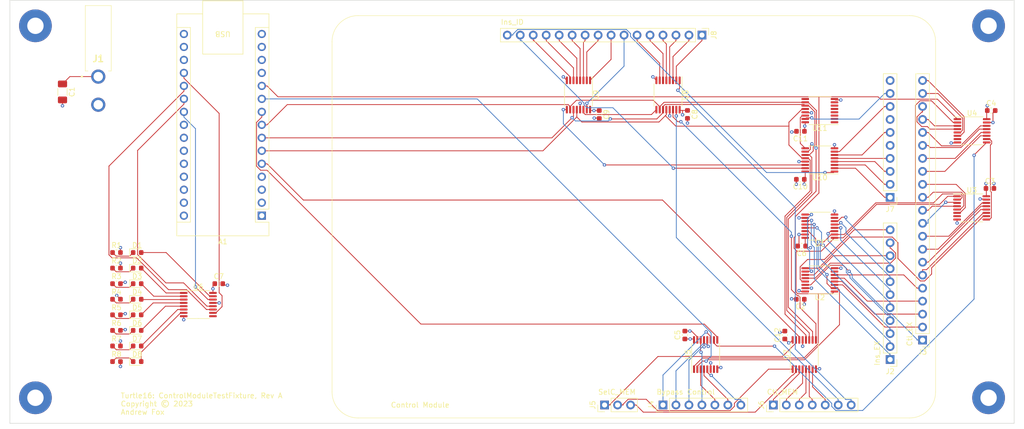
<source format=kicad_pcb>
(kicad_pcb (version 20241229) (generator "pcbnew") (generator_version "9.0")
  (title_block (title "Turtle16: ControlModuleTestFixture") (date "2023-04-07") (rev "A") (comment 4 "ControlModuleTestFixture for Turtle16 modules"))
  (layers (0 "F.Cu" signal) (4 "In1.Cu" power) (6 "In2.Cu" power) (2 "B.Cu" signal) (13 "F.Paste" user) (15 "B.Paste" user) (5 "F.SilkS" user "F.Silkscreen") (7 "B.SilkS" user "B.Silkscreen") (1 "F.Mask" user) (3 "B.Mask" user) (25 "Edge.Cuts" user))
  (net 0 "")
  (net 1 "VCC")
  (net 2 "GND")
  (net 5 "/Test Fixture Outputs/SI")
  (net 6 "/Test Fixture Outputs/RCLK")
  (net 7 "/Test Fixture Outputs/SCK")
  (net 8 "/Test Fixture Outputs/~{CLR}")
  (net 9 "/Test Fixture Inputs/SO")
  (net 10 "/Test Fixture Inputs/SCK")
  (net 11 "/Test Fixture Inputs/~{PL}")
  (net 19 "/LED Output/~{CLR}")
  (net 20 "/LED Output/SCK")
  (net 21 "/LED Output/RCLK")
  (net 22 "/LED Output/SI")
  (net 28 "Net-(D1-K)")
  (net 29 "Net-(D1-A)")
  (net 30 "Net-(D2-K)")
  (net 31 "Net-(D2-A)")
  (net 32 "Net-(D3-K)")
  (net 33 "Net-(D3-A)")
  (net 34 "Net-(D4-K)")
  (net 35 "Net-(D4-A)")
  (net 36 "Net-(D5-K)")
  (net 37 "Net-(D5-A)")
  (net 38 "Net-(D6-K)")
  (net 39 "Net-(D6-A)")
  (net 40 "Net-(D7-K)")
  (net 41 "Net-(D7-A)")
  (net 42 "Net-(D8-K)")
  (net 43 "Net-(D8-A)")
  (net 44 "/ID Prototype Inputs/Ctl_MEM14")
  (net 45 "/ID Prototype Inputs/Ctl_MEM15")
  (net 46 "/ID Prototype Inputs/Ctl_MEM16")
  (net 47 "/ID Prototype Inputs/Ctl_MEM17")
  (net 48 "/ID Prototype Inputs/Ctl_MEM18")
  (net 49 "/ID Prototype Inputs/Ctl_MEM19")
  (net 50 "/ID Prototype Inputs/Ctl_MEM20")
  (net 51 "/ID Prototype Inputs/SelC_MEM0")
  (net 52 "/ID Prototype Inputs/SelC_MEM1")
  (net 53 "/ID Prototype Inputs/SelC_MEM2")
  (net 54 "/ID Prototype Inputs/Carry")
  (net 55 "/ID Prototype Inputs/Z")
  (net 56 "/ID Prototype Inputs/OVF")
  (net 57 "/ID Prototype Inputs/N")
  (net 58 "/ID Prototype Inputs/Phi1c")
  (net 59 "/ID Prototype Inputs/Phi2")
  (net 60 "/ID Prototype Inputs/~{RST_sync}")
  (net 61 "/ID Prototype Inputs/Ins_ID0")
  (net 62 "/ID Prototype Inputs/Ins_ID1")
  (net 63 "/ID Prototype Inputs/Ins_ID2")
  (net 64 "/ID Prototype Inputs/Ins_ID3")
  (net 65 "/ID Prototype Inputs/Ins_ID4")
  (net 66 "/ID Prototype Inputs/Ins_ID5")
  (net 67 "/ID Prototype Inputs/Ins_ID6")
  (net 68 "/ID Prototype Inputs/Ins_ID7")
  (net 69 "/ID Prototype Inputs/Ins_ID8")
  (net 70 "/ID Prototype Inputs/Ins_ID9")
  (net 71 "/ID Prototype Inputs/Ins_ID10")
  (net 72 "/ID Prototype Inputs/Ins_ID11")
  (net 73 "/ID Prototype Inputs/Ins_ID12")
  (net 74 "/ID Prototype Inputs/Ins_ID13")
  (net 75 "/ID Prototype Inputs/Ins_ID14")
  (net 76 "/ID Prototype Inputs/Ins_ID15")
  (net 77 "/ID Prototype Outputs/Ins_EX0")
  (net 78 "/ID Prototype Outputs/Ins_EX1")
  (net 79 "/ID Prototype Outputs/Ins_EX2")
  (net 80 "/ID Prototype Outputs/Ins_EX3")
  (net 81 "/ID Prototype Outputs/Ins_EX4")
  (net 82 "/ID Prototype Outputs/Ins_EX5")
  (net 83 "/ID Prototype Outputs/Ins_EX6")
  (net 84 "/ID Prototype Outputs/Ins_EX7")
  (net 85 "/ID Prototype Outputs/Ins_EX8")
  (net 86 "/ID Prototype Outputs/Ins_EX9")
  (net 87 "/ID Prototype Outputs/Ins_EX10")
  (net 88 "/ID Prototype Outputs/Ctl_EX0")
  (net 89 "/ID Prototype Outputs/Ctl_EX1")
  (net 90 "/ID Prototype Outputs/Ctl_EX2")
  (net 91 "/ID Prototype Outputs/Ctl_EX3")
  (net 92 "/ID Prototype Outputs/Ctl_EX4")
  (net 93 "/ID Prototype Outputs/Ctl_EX5")
  (net 94 "/ID Prototype Outputs/Ctl_EX6")
  (net 95 "/ID Prototype Outputs/Ctl_EX7")
  (net 96 "/ID Prototype Outputs/Ctl_EX8")
  (net 97 "/ID Prototype Outputs/Ctl_EX9")
  (net 98 "/ID Prototype Outputs/Ctl_EX10")
  (net 99 "/ID Prototype Outputs/Ctl_EX11")
  (net 100 "/ID Prototype Outputs/Ctl_EX12")
  (net 101 "/ID Prototype Outputs/Ctl_EX13")
  (net 102 "/ID Prototype Outputs/Ctl_EX14")
  (net 103 "/ID Prototype Outputs/Ctl_EX15")
  (net 104 "/ID Prototype Outputs/Ctl_EX16")
  (net 105 "/ID Prototype Outputs/Ctl_EX17")
  (net 106 "/ID Prototype Outputs/Ctl_EX18")
  (net 107 "/ID Prototype Outputs/Ctl_EX19")
  (net 108 "/ID Prototype Outputs/Ctl_EX20")
  (net 109 "/ID Prototype Outputs/STALL")
  (net 110 "/ID Prototype Outputs/FWD_A")
  (net 111 "/ID Prototype Outputs/FWD_EX_TO_A")
  (net 112 "/ID Prototype Outputs/FWD_MEM_TO_A")
  (net 113 "/ID Prototype Outputs/FWD_B")
  (net 114 "/ID Prototype Outputs/FWD_EX_TO_B")
  (net 115 "/ID Prototype Outputs/FWD_MEM_TO_B")
  (net 117 "Net-(U1-Q7)")
  (net 119 "Net-(U2-Q7)")
  (net 121 "Net-(U3-Q7)")
  (net 123 "Net-(U4-Q7)")
  (net 125 "/LED Output/SO")
  (net 126 "Net-(U10-QH')")
  (net 127 "/Test Fixture Outputs/SO")
  (net 128 "Net-(U7-QH')")
  (net 129 "Net-(U8-QH')")
  (net 130 "Net-(U10-SER)")
  (footprint "Capacitor_SMD:C_0603_1608Metric" (layer "F.Cu") (at 237.781 79.906)
    (property "Reference" "C4")
    (property "Value" "0.1µF")
  )
  (footprint "Capacitor_SMD:C_0603_1608Metric" (layer "F.Cu") (at 177.824 123.835 90)
    (property "Reference" "C5")
    (property "Value" "0.1µF")
  )
  (footprint "Capacitor_SMD:C_0603_1608Metric" (layer "F.Cu") (at 237.527 95.146)
    (property "Reference" "C3")
    (property "Value" "0.1µF")
  )
  (footprint "Capacitor_SMD:C_0603_1608Metric" (layer "F.Cu") (at 66.585 110.744)
    (property "Reference" "R2")
    (property "Value" "270R")
  )
  (footprint "Capacitor_SMD:C_0603_1608Metric" (layer "F.Cu") (at 66.585 113.792)
    (property "Reference" "R3")
    (property "Value" "270R")
  )
  (footprint "LED_SMD:LED_0603_1608Metric" (layer "F.Cu") (at 70.635 122.936)
    (property "Reference" "D6")
    (property "Value" "Red")
  )
  (footprint "MountingHole:MountingHole_3.2mm_M3_Pad" (layer "F.Cu") (at 237.26 63.32)
    (property "Reference" "H3" (hide yes))
    (property "Value" "MountingHole_Pad")
  )
  (footprint "Connector_Molex:172448-0002" (layer "F.Cu") (at 63.016 73.263 180)
    (property "Reference" "J1")
    (property "Value" "Power" (hide yes))
  )
  (footprint "Package_SO:TSSOP-16_4.4x5mm_P0.65mm" (layer "F.Cu") (at 174.522 76.858 -90)
    (property "Reference" "U8")
    (property "Value" "74HC595")
  )
  (footprint "Package_SO:TSSOP-16_4.4x5mm_P0.65mm" (layer "F.Cu") (at 204.24 113.041 180)
    (property "Reference" "U2")
    (property "Value" "74HC165")
  )
  (footprint "Capacitor_SMD:C_0603_1608Metric" (layer "F.Cu") (at 66.585 107.696)
    (property "Reference" "R1")
    (property "Value" "270R")
  )
  (footprint "Package_SO:TSSOP-16_4.4x5mm_P0.65mm" (layer "F.Cu") (at 181.888 127.658 90)
    (property "Reference" "U5")
    (property "Value" "74HC165")
  )
  (footprint "Package_SO:TSSOP-16_4.4x5mm_P0.65mm" (layer "F.Cu") (at 204.24 79.917 180)
    (property "Reference" "U11")
    (property "Value" "74HC595")
  )
  (footprint "Capacitor_SMD:C_0603_1608Metric" (layer "F.Cu") (at 178.332 80.655 -90)
    (property "Reference" "C8")
    (property "Value" "0.1µF")
  )
  (footprint "Capacitor_SMD:C_0603_1608Metric" (layer "F.Cu") (at 86.601 113.792)
    (property "Reference" "C7")
    (property "Value" "0.1µF")
  )
  (footprint "Package_SO:TSSOP-16_4.4x5mm_P0.65mm" (layer "F.Cu") (at 233.958 98.956)
    (property "Reference" "U3")
    (property "Value" "74HC165")
  )
  (footprint "Capacitor_SMD:C_0603_1608Metric" (layer "F.Cu") (at 200.443 83.97 180)
    (property "Reference" "C11")
    (property "Value" "0.1µF")
  )
  (footprint "Connector_PinHeader_2.54mm:PinHeader_1x16_P2.54mm_Vertical" (layer "F.Cu") (at 181.162 65.1379 -90)
    (property "Reference" "J8")
    (property "Value" "Ins_ID")
  )
  (footprint "LED_SMD:LED_0603_1608Metric" (layer "F.Cu") (at 70.635 129.032)
    (property "Reference" "D8")
    (property "Value" "Red")
  )
  (footprint "Capacitor_SMD:C_0603_1608Metric" (layer "F.Cu") (at 66.585 119.888)
    (property "Reference" "R5")
    (property "Value" "270R")
  )
  (footprint "Capacitor_SMD:C_0603_1608Metric" (layer "F.Cu") (at 200.417 116.84 180)
    (property "Reference" "C2")
    (property "Value" "0.1µF")
  )
  (footprint "Capacitor_SMD:C_1206_3216Metric_Pad1.33x1.80mm_HandSolder" (layer "F.Cu") (at 56.016 76.263 -90)
    (property "Reference" "C1")
    (property "Value" "100µF")
  )
  (footprint "LED_SMD:LED_0603_1608Metric" (layer "F.Cu") (at 70.635 116.84)
    (property "Reference" "D4")
    (property "Value" "Red")
  )
  (footprint "Package_SO:TSSOP-16_4.4x5mm_P0.65mm" (layer "F.Cu") (at 204.24 102.534 180)
    (property "Reference" "U1")
    (property "Value" "74HC165")
  )
  (footprint "LED_SMD:LED_0603_1608Metric" (layer "F.Cu") (at 70.635 125.984)
    (property "Reference" "D7")
    (property "Value" "Red")
  )
  (footprint "Connector_PinHeader_2.54mm:PinHeader_1x11_P2.54mm_Vertical" (layer "F.Cu") (at 217.992 128.6379 180)
    (property "Reference" "J2")
    (property "Value" "Ins_EX")
  )
  (footprint "LED_SMD:LED_0603_1608Metric" (layer "F.Cu") (at 70.635 110.744)
    (property "Reference" "D2")
    (property "Value" "Red")
  )
  (footprint "Capacitor_SMD:C_0603_1608Metric" (layer "F.Cu") (at 66.585 125.984)
    (property "Reference" "R7")
    (property "Value" "270R")
  )
  (footprint "Connector_PinHeader_2.54mm:PinHeader_1x07_P2.54mm_Vertical" (layer "F.Cu") (at 195.132 137.5279 90)
    (property "Reference" "J6")
    (property "Value" "Ctl_MEM")
  )
  (footprint "Package_SO:TSSOP-16_4.4x5mm_P0.65mm" (layer "F.Cu") (at 82.5985 117.874)
    (property "Reference" "U6")
    (property "Value" "74HC595")
  )
  (footprint "Package_SO:TSSOP-16_4.4x5mm_P0.65mm" (layer "F.Cu") (at 234.0265 83.869)
    (property "Reference" "U4")
    (property "Value" "74HC165")
  )
  (footprint "Package_SO:TSSOP-16_4.4x5mm_P0.65mm" (layer "F.Cu") (at 201.192 127.658 90)
    (property "Reference" "U7")
    (property "Value" "74HC595")
  )
  (footprint "Capacitor_SMD:C_0603_1608Metric" (layer "F.Cu") (at 200.417 93.368 180)
    (property "Reference" "C10")
    (property "Value" "0.1µF")
  )
  (footprint "Connector_PinHeader_2.54mm:PinHeader_1x03_P2.54mm_Vertical" (layer "F.Cu") (at 162.112 137.5279 90)
    (property "Reference" "J5")
    (property "Value" "SelC_MEM")
  )
  (footprint "LED_SMD:LED_0603_1608Metric" (layer "F.Cu") (at 70.635 107.696)
    (property "Reference" "D1")
    (property "Value" "Red")
  )
  (footprint "LED_SMD:LED_0603_1608Metric" (layer "F.Cu") (at 70.635 119.888)
    (property "Reference" "D5")
    (property "Value" "Red")
  )
  (footprint "Package_SO:TSSOP-16_4.4x5mm_P0.65mm" (layer "F.Cu") (at 204.24 89.569 180)
    (property "Reference" "U10")
    (property "Value" "74HC595")
  )
  (footprint "Connector_PinHeader_2.54mm:PinHeader_1x10_P2.54mm_Vertical" (layer "F.Cu") (at 217.992 96.8879 180)
    (property "Reference" "J7")
    (property "Value" "Control Signals")
  )
  (footprint "MountingHole:MountingHole_3.2mm_M3_Pad" (layer "F.Cu") (at 50.72 63.32)
    (property "Reference" "H1" (hide yes))
    (property "Value" "MountingHole_Pad")
  )
  (footprint "MountingHole:MountingHole_3.2mm_M3_Pad" (layer "F.Cu") (at 50.72 136.12)
    (property "Reference" "H4" (hide yes))
    (property "Value" "MountingHole_Pad")
  )
  (footprint "Capacitor_SMD:C_0603_1608Metric" (layer "F.Cu") (at 66.585 122.936)
    (property "Reference" "R6")
    (property "Value" "270R")
  )
  (footprint "Capacitor_SMD:C_0603_1608Metric" (layer "F.Cu") (at 66.585 116.84)
    (property "Reference" "R4")
    (property "Value" "270R")
  )
  (footprint "Capacitor_SMD:C_0603_1608Metric" (layer "F.Cu") (at 197.382 123.835 90)
    (property "Reference" "C12")
    (property "Value" "0.1µF")
  )
  (footprint "Capacitor_SMD:C_0603_1608Metric" (layer "F.Cu") (at 161.06 80.681 -90)
    (property "Reference" "C9")
    (property "Value" "0.1µF")
  )
  (footprint "Module:Arduino_Nano" (layer "F.Cu") (at 95.02 100.48 180)
    (property "Reference" "A1")
    (property "Value" "Arduino_Nano_Every")
  )
  (footprint "MountingHole:MountingHole_3.2mm_M3_Pad" (layer "F.Cu") (at 237.26 136.12)
    (property "Reference" "H2" (hide yes))
    (property "Value" "MountingHole_Pad")
  )
  (footprint "LED_SMD:LED_0603_1608Metric" (layer "F.Cu") (at 70.635 113.792)
    (property "Reference" "D3")
    (property "Value" "Red")
  )
  (footprint "Capacitor_SMD:C_0603_1608Metric" (layer "F.Cu") (at 66.585 129.032)
    (property "Reference" "R8")
    (property "Value" "270R")
  )
  (footprint "Connector_PinHeader_2.54mm:PinHeader_1x21_P2.54mm_Vertical" (layer "F.Cu") (at 224.342 124.8279 180)
    (property "Reference" "J3")
    (property "Value" "Ctl_EX")
  )
  (footprint "Capacitor_SMD:C_0603_1608Metric" (layer "F.Cu") (at 200.673 106.426 180)
    (property "Reference" "C6")
    (property "Value" "0.1µF")
  )
  (footprint "Package_SO:TSSOP-16_4.4x5mm_P0.65mm" (layer "F.Cu") (at 156.996 76.858 -90)
    (property "Reference" "U9")
    (property "Value" "74HC595")
  )
  (footprint "Connector_PinHeader_2.54mm:PinHeader_1x07_P2.54mm_Vertical" (layer "F.Cu") (at 173.537 137.5279 90)
    (property "Reference" "J4")
    (property "Value" "Bypass Control")
  )
  (gr_line (start 221.732106 61.327896) (end 113.852106 61.327896) (stroke (width 0.1)) (layer "F.SilkS"))
  (gr_arc (start 108.772106 66.407896) (mid 110.260005 62.815797) (end 113.852106 61.327896) (stroke (width 0.1)) (layer "F.SilkS"))
  (gr_arc (start 226.882106 134.987896) (mid 225.39421 138.580002) (end 221.802106 140.067896) (stroke (width 0.1)) (layer "F.SilkS"))
  (gr_line (start 113.852106 140.067896) (end 221.802106 140.067896) (stroke (width 0.1)) (layer "F.SilkS"))
  (gr_line (start 226.882106 134.987896) (end 226.882106 66.407896) (stroke (width 0.1)) (layer "F.SilkS"))
  (gr_arc (start 113.852106 140.067896) (mid 110.26 138.58) (end 108.772106 134.987896) (stroke (width 0.1)) (layer "F.SilkS"))
  (gr_line (start 108.772106 66.407896) (end 108.772106 134.987896) (stroke (width 0.1)) (layer "F.SilkS"))
  (gr_arc (start 221.732106 61.327896) (mid 225.369597 62.790759) (end 226.882106 66.407896) (stroke (width 0.1)) (layer "F.SilkS"))
  (gr_line (start 45.72 141.12) (end 45.72 58.32) (stroke (width 0.1)) (layer "Edge.Cuts"))
  (gr_line (start 242.26 141.12) (end 45.72 141.12) (stroke (width 0.1)) (layer "Edge.Cuts"))
  (gr_line (start 242.26 58.32) (end 242.26 141.12) (stroke (width 0.1)) (layer "Edge.Cuts"))
  (gr_line (start 45.72 58.32) (end 242.26 58.32) (stroke (width 0.1)) (layer "Edge.Cuts"))
  (gr_text "Turtle16: ControlModuleTestFixture, Rev A\nCopyright © 2023\nAndrew Fox" (at 67.334 137.31 0) (layer "F.SilkS") (effects (font (size 1 1)) (justify left)))
  (gr_text "Control Module" (at 120.202106 137.527896 0) (layer "F.SilkS") (effects (font (size 1 1)) (justify left)))
  (segment (start 201.3775 106.3555) (end 201.3775 104.809) (width 0.1524) (layer "F.Cu") (net 1))
  (segment (start 202.3985 106.734) (end 201.756 106.734) (width 0.1524) (layer "F.Cu") (net 1))
  (segment (start 200.3267 115.316) (end 201.3775 115.316) (width 0.1524) (layer "F.Cu") (net 1))
  (segment (start 57.4535 73.263) (end 56.016 74.7005) (width 0.1524) (layer "F.Cu") (net 1))
  (segment (start 236.8205 95.2145) (end 236.8205 96.681) (width 0.1524) (layer "F.Cu") (net 1))
  (segment (start 201.3775 82.8375) (end 201.3775 82.192) (width 0.1524) (layer "F.Cu") (net 1))
  (segment (start 176.9565 79.88) (end 176.797 79.7205) (width 0.1524) (layer "F.Cu") (net 1))
  (segment (start 198.3446 125.3679) (end 198.1399 125.3679) (width 0.1524) (layer "F.Cu") (net 1))
  (segment (start 85.461 114.157) (end 85.461 114.7836) (width 0.1524) (layer "F.Cu") (net 1))
  (segment (start 201.192 93.368) (end 201.192 94.3313) (width 0.1524) (layer "F.Cu") (net 1))
  (segment (start 236.752 94.1912) (end 236.752 95.146) (width 0.1524) (layer "F.Cu") (net 1))
  (segment (start 63.016 73.263) (end 57.4535 73.263) (width 0.1524) (layer "F.Cu") (net 1))
  (segment (start 178.332 79.88) (end 177.3647 79.88) (width 0.1524) (layer "F.Cu") (net 1))
  (segment (start 179.4275 124.61) (end 179.613 124.7955) (width 0.1524) (layer "F.Cu") (net 1))
  (segment (start 85.461 114.7836) (end 85.461 115.599) (width 0.1524) (layer "F.Cu") (net 1))
  (segment (start 201.2718 83.9162) (end 201.2718 82.9432) (width 0.1524) (layer "F.Cu") (net 1))
  (segment (start 177.3647 80.7226) (end 177.3647 79.88) (width 0.1524) (layer "F.Cu") (net 1))
  (segment (start 177.3647 79.88) (end 176.9565 79.88) (width 0.1524) (layer "F.Cu") (net 1))
  (segment (start 160.0278 79.906) (end 159.4565 79.906) (width 0.1524) (layer "F.Cu") (net 1))
  (segment (start 237.006 79.906) (end 237.006 78.9494) (width 0.1524) (layer "F.Cu") (net 1))
  (segment (start 177.824 124.61) (end 178.8563 124.61) (width 0.1524) (layer "F.Cu") (net 1))
  (segment (start 198.917 124.7955) (end 198.3446 125.3679) (width 0.1524) (layer "F.Cu") (net 1))
  (segment (start 201.3775 93.1825) (end 201.3775 91.844) (width 0.1524) (layer "F.Cu") (net 1))
  (segment (start 178.8563 124.61) (end 179.4275 124.61) (width 0.1524) (layer "F.Cu") (net 1))
  (segment (start 201.192 116.84) (end 201.192 117.8092) (width 0.1524) (layer "F.Cu") (net 1))
  (segment (start 198.1399 125.3679) (end 197.382 124.61) (width 0.1524) (layer "F.Cu") (net 1))
  (segment (start 85.826 113.792) (end 85.461 114.157) (width 0.1524) (layer "F.Cu") (net 1))
  (segment (start 161.06 79.906) (end 160.0278 79.906) (width 0.1524) (layer "F.Cu") (net 1))
  (segment (start 159.4565 79.906) (end 159.271 79.7205) (width 0.1524) (layer "F.Cu") (net 1))
  (segment (start 200.1607 115.15) (end 200.3267 115.316) (width 0.1524) (layer "F.Cu") (net 1))
  (segment (start 236.889 80.023) (end 236.889 81.594) (width 0.1524) (layer "F.Cu") (net 1))
  (segment (start 201.2718 82.9432) (end 201.3775 82.8375) (width 0.1524) (layer "F.Cu") (net 1))
  (via (at 160.0278 79.906) (size 0.65) (drill 0.3) (layers "F.Cu" "B.Cu") (net 1))
  (via (at 85.461 114.7836) (size 0.65) (drill 0.3) (layers "F.Cu" "B.Cu") (net 1))
  (via (at 201.2718 82.9432) (size 0.65) (drill 0.3) (layers "F.Cu" "B.Cu") (net 1))
  (via (at 201.192 117.8092) (size 0.65) (drill 0.3) (layers "F.Cu" "B.Cu") (net 1))
  (via (at 202.3985 106.734) (size 0.65) (drill 0.3) (layers "F.Cu" "B.Cu") (net 1))
  (via (at 200.1607 115.15) (size 0.65) (drill 0.3) (layers "F.Cu" "B.Cu") (net 1))
  (via (at 198.1399 125.3679) (size 0.65) (drill 0.3) (layers "F.Cu" "B.Cu") (net 1))
  (via (at 201.192 94.3313) (size 0.65) (drill 0.3) (layers "F.Cu" "B.Cu") (net 1))
  (via (at 178.8563 124.61) (size 0.65) (drill 0.3) (layers "F.Cu" "B.Cu") (net 1))
  (via (at 237.006 78.9494) (size 0.65) (drill 0.3) (layers "F.Cu" "B.Cu") (net 1))
  (via (at 177.3647 80.7226) (size 0.65) (drill 0.3) (layers "F.Cu" "B.Cu") (net 1))
  (via (at 236.752 94.1912) (size 0.65) (drill 0.3) (layers "F.Cu" "B.Cu") (net 1))
  (segment (start 174.847 79.7205) (end 174.847 80.9399) (width 0.1524) (layer "F.Cu") (net 2))
  (segment (start 201.3775 100.909) (end 200.1612 100.909) (width 0.1524) (layer "F.Cu") (net 2))
  (segment (start 196.4165 123.3162) (end 197.1258 123.3162) (width 0.1524) (layer "F.Cu") (net 2))
  (segment (start 182.863 130.5205) (end 182.863 129.2919) (width 0.1524) (layer "F.Cu") (net 2))
  (segment (start 67.36 125.984) (end 67.36 125.0163) (width 0.1524) (layer "F.Cu") (net 2))
  (segment (start 171.563 73.3115) (end 172.247 73.9955) (width 0.1524) (layer "F.Cu") (net 2))
  (segment (start 184.4832 130.2003) (end 184.163 130.5205) (width 0.1524) (layer "F.Cu") (net 2))
  (segment (start 184.8495 130.2003) (end 184.4832 130.2003) (width 0.1524) (layer "F.Cu") (net 2))
  (segment (start 85.461 117.549) (end 86.6767 117.549) (width 0.1524) (layer "F.Cu") (net 2))
  (segment (start 238.302 95.146) (end 238.302 94.1815) (width 0.1524) (layer "F.Cu") (net 2))
  (segment (start 178.332 82.3608) (end 178.332 81.43) (width 0.1524) (layer "F.Cu") (net 2))
  (segment (start 154.0378 73.3123) (end 154.721 73.9955) (width 0.1524) (layer "F.Cu") (net 2))
  (segment (start 157.321 79.7205) (end 157.321 78.5014) (width 0.1524) (layer "F.Cu") (net 2))
  (segment (start 199.642 93.368) (end 199.642 94.3304) (width 0.1524) (layer "F.Cu") (net 2))
  (segment (start 238.1167 82.244) (end 238.1167 80.3453) (width 0.1524) (layer "F.Cu") (net 2))
  (segment (start 67.36 129.032) (end 67.36 129.9937) (width 0.1524) (layer "F.Cu") (net 2))
  (segment (start 68.2973 122.7791) (end 67.5169 122.7791) (width 0.1524) (layer "F.Cu") (net 2))
  (segment (start 235.6045 97.2156) (end 236.7051 97.2156) (width 0.1524) (layer "F.Cu") (net 2))
  (segment (start 200.1554 104.159) (end 200.1554 106.1686) (width 0.1524) (layer "F.Cu") (net 2))
  (segment (start 229.9441 86.2498) (end 231.0582 86.2498) (width 0.1524) (layer "F.Cu") (net 2))
  (segment (start 204.1745 130.4389) (end 203.5486 130.4389) (width 0.1524) (layer "F.Cu") (net 2))
  (segment (start 67.36 107.696) (end 67.36 106.7266) (width 0.1524) (layer "F.Cu") (net 2))
  (segment (start 67.36 110.744) (end 67.36 109.782) (width 0.1524) (layer "F.Cu") (net 2))
  (segment (start 88.3061 114.0846) (end 87.6686 114.0846) (width 0.1524) (layer "F.Cu") (net 2))
  (segment (start 200.867 124.7955) (end 200.867 126.0254) (width 0.1524) (layer "F.Cu") (net 2))
  (segment (start 201.3775 114.666) (end 202.5937 114.666) (width 0.1524) (layer "F.Cu") (net 2))
  (segment (start 79.736 120.149) (end 79.736 120.8325) (width 0.1524) (layer "F.Cu") (net 2))
  (segment (start 202.6032 80.3444) (end 201.4799 80.3444) (width 0.1524) (layer "F.Cu") (net 2))
  (segment (start 177.8256 123.0616) (end 178.7957 123.0616) (width 0.1524) (layer "F.Cu") (net 2))
  (segment (start 66.6161 116.0961) (end 67.36 116.84) (width 0.1524) (layer "F.Cu") (net 2))
  (segment (start 207.301 77.8405) (end 207.1025 77.642) (width 0.1524) (layer "F.Cu") (net 2))
  (segment (start 198.7357 84.1013) (end 199.5367 84.1013) (width 0.1524) (layer "F.Cu") (net 2))
  (segment (start 208.3366 77.8405) (end 207.301 77.8405) (width 0.1524) (layer "F.Cu") (net 2))
  (segment (start 199.5549 116.7529) (end 198.7066 116.7529) (width 0.1524) (layer "F.Cu") (net 2))
  (segment (start 200.1554 104.159) (end 201.3775 104.159) (width 0.1524) (layer "F.Cu") (net 2))
  (segment (start 178.7957 123.0616) (end 179.1097 123.0616) (width 0.1524) (layer "F.Cu") (net 2))
  (segment (start 231.0955 101.231) (end 231.0955 101.916) (width 0.1524) (layer "F.Cu") (net 2))
  (segment (start 68.2891 113.5141) (end 67.6379 113.5141) (width 0.1524) (layer "F.Cu") (net 2))
  (segment (start 238.1167 80.3453) (end 238.556 79.906) (width 0.1524) (layer "F.Cu") (net 2))
  (segment (start 207.1025 86.5917) (end 207.1025 87.294) (width 0.1524) (layer "F.Cu") (net 2))
  (segment (start 201.3775 89.894) (end 200.1563 89.894) (width 0.1524) (layer "F.Cu") (net 2))
  (segment (start 160.0841 81.379) (end 160.983 81.379) (width 0.1524) (layer "F.Cu") (net 2))
  (segment (start 208.3456 110.766) (end 207.1025 110.766) (width 0.1524) (layer "F.Cu") (net 2))
  (segment (start 68.3014 119.6589) (end 67.5891 119.6589) (width 0.1524) (layer "F.Cu") (net 2))
  (segment (start 207.1025 100.259) (end 207.1025 99.5771) (width 0.1524) (layer "F.Cu") (net 2))
  (segment (start 236.889 82.244) (end 238.1167 82.244) (width 0.1524) (layer "F.Cu") (net 2))
  (segment (start 56.016 77.8255) (end 56.016 78.9688) (width 0.1524) (layer "F.Cu") (net 2))
  (segment (start 179.1097 123.0616) (end 180.263 124.2149) (width 0.1524) (layer "F.Cu") (net 2))
  (via (at 184.8495 130.2003) (size 0.65) (drill 0.3) (layers "F.Cu" "B.Cu") (net 2))
  (via (at 198.7066 116.7529) (size 0.65) (drill 0.3) (layers "F.Cu" "B.Cu") (net 2))
  (via (at 157.321 78.5014) (size 0.65) (drill 0.3) (layers "F.Cu" "B.Cu") (net 2))
  (via (at 68.2891 113.5141) (size 0.65) (drill 0.3) (layers "F.Cu" "B.Cu") (net 2))
  (via (at 88.3061 114.0846) (size 0.65) (drill 0.3) (layers "F.Cu" "B.Cu") (net 2))
  (via (at 68.3014 119.6589) (size 0.65) (drill 0.3) (layers "F.Cu" "B.Cu") (net 2))
  (via (at 207.1025 86.5917) (size 0.65) (drill 0.3) (layers "F.Cu" "B.Cu") (net 2))
  (via (at 67.36 106.7266) (size 0.65) (drill 0.3) (layers "F.Cu" "B.Cu") (net 2))
  (via (at 86.6767 117.549) (size 0.65) (drill 0.3) (layers "F.Cu" "B.Cu") (net 2))
  (via (at 200.1612 100.909) (size 0.65) (drill 0.3) (layers "F.Cu" "B.Cu") (net 2))
  (via (at 67.36 129.9937) (size 0.65) (drill 0.3) (layers "F.Cu" "B.Cu") (net 2))
  (via (at 171.563 73.3115) (size 0.65) (drill 0.3) (layers "F.Cu" "B.Cu") (net 2))
  (via (at 235.6045 97.2156) (size 0.65) (drill 0.3) (layers "F.Cu" "B.Cu") (net 2))
  (via (at 229.9441 86.2498) (size 0.65) (drill 0.3) (layers "F.Cu" "B.Cu") (net 2))
  (via (at 202.6032 80.3444) (size 0.65) (drill 0.3) (layers "F.Cu" "B.Cu") (net 2))
  (via (at 174.847 80.9399) (size 0.65) (drill 0.3) (layers "F.Cu" "B.Cu") (net 2))
  (via (at 200.1563 89.894) (size 0.65) (drill 0.3) (layers "F.Cu" "B.Cu") (net 2))
  (via (at 79.736 120.8325) (size 0.65) (drill 0.3) (layers "F.Cu" "B.Cu") (net 2))
  (via (at 208.3456 110.766) (size 0.65) (drill 0.3) (layers "F.Cu" "B.Cu") (net 2))
  (via (at 160.0841 81.379) (size 0.65) (drill 0.3) (layers "F.Cu" "B.Cu") (net 2))
  (via (at 68.2973 122.7791) (size 0.65) (drill 0.3) (layers "F.Cu" "B.Cu") (net 2))
  (via (at 238.302 94.1815) (size 0.65) (drill 0.3) (layers "F.Cu" "B.Cu") (net 2))
  (via (at 202.5937 114.666) (size 0.65) (drill 0.3) (layers "F.Cu" "B.Cu") (net 2))
  (via (at 208.3366 77.8405) (size 0.65) (drill 0.3) (layers "F.Cu" "B.Cu") (net 2))
  (via (at 238.1167 82.244) (size 0.65) (drill 0.3) (layers "F.Cu" "B.Cu") (net 2))
  (via (at 56.016 78.9688) (size 0.65) (drill 0.3) (layers "F.Cu" "B.Cu") (net 2))
  (via (at 178.7957 123.0616) (size 0.65) (drill 0.3) (layers "F.Cu" "B.Cu") (net 2))
  (via (at 207.1025 99.5771) (size 0.65) (drill 0.3) (layers "F.Cu" "B.Cu") (net 2))
  (via (at 200.1554 104.159) (size 0.65) (drill 0.3) (layers "F.Cu" "B.Cu") (net 2))
  (via (at 196.4165 123.3162) (size 0.65) (drill 0.3) (layers "F.Cu" "B.Cu") (net 2))
  (via (at 178.332 82.3608) (size 0.65) (drill 0.3) (layers "F.Cu" "B.Cu") (net 2))
  (via (at 182.863 129.2919) (size 0.65) (drill 0.3) (layers "F.Cu" "B.Cu") (net 2))
  (via (at 154.0378 73.3123) (size 0.65) (drill 0.3) (layers "F.Cu" "B.Cu") (net 2))
  (via (at 66.6161 116.0961) (size 0.65) (drill 0.3) (layers "F.Cu" "B.Cu") (net 2))
  (via (at 200.867 126.0254) (size 0.65) (drill 0.3) (layers "F.Cu" "B.Cu") (net 2))
  (via (at 199.642 94.3304) (size 0.65) (drill 0.3) (layers "F.Cu" "B.Cu") (net 2))
  (via (at 231.0955 101.916) (size 0.65) (drill 0.3) (layers "F.Cu" "B.Cu") (net 2))
  (via (at 67.36 109.782) (size 0.65) (drill 0.3) (layers "F.Cu" "B.Cu") (net 2))
  (via (at 198.7357 84.1013) (size 0.65) (drill 0.3) (layers "F.Cu" "B.Cu") (net 2))
  (via (at 204.1745 130.4389) (size 0.65) (drill 0.3) (layers "F.Cu" "B.Cu") (net 2))
  (via (at 67.36 125.0163) (size 0.65) (drill 0.3) (layers "F.Cu" "B.Cu") (net 2))
  (segment (start 200.217 124.1913) (end 173.45 97.4243) (width 0.1524) (layer "F.Cu") (net 5))
  (segment (start 103.153 97.4243) (end 96.0487 90.32) (width 0.1524) (layer "F.Cu") (net 5))
  (segment (start 173.45 97.4243) (end 103.153 97.4243) (width 0.1524) (layer "F.Cu") (net 5))
  (segment (start 95.02 90.32) (end 96.0487 90.32) (width 0.1524) (layer "F.Cu") (net 5))
  (segment (start 172.7636 82.1464) (end 157.6584 82.1464) (width 0.1524) (layer "F.Cu") (net 6))
  (segment (start 202.3533 95.6418) (end 197.4225 100.5726) (width 0.1524) (layer "F.Cu") (net 6))
  (segment (start 198.1781 86.6554) (end 200.7667 89.244) (width 0.1524) (layer "F.Cu") (net 6))
  (segment (start 174.197 79.7205) (end 174.197 80.713) (width 0.1524) (layer "F.Cu") (net 6))
  (segment (start 198.1781 82.9633) (end 198.1781 82.1909) (width 0.1524) (layer "F.Cu") (net 6))
  (segment (start 198.1781 82.9633) (end 198.1781 86.6554) (width 0.1524) (layer "F.Cu") (net 6))
  (segment (start 150.05 87.78) (end 156.671 81.159) (width 0.1524) (layer "F.Cu") (net 6))
  (segment (start 156.671 81.159) (end 156.671 79.7205) (width 0.1524) (layer "F.Cu") (net 6))
  (segment (start 197.4225 119.7531) (end 201.517 123.8476) (width 0.1524) (layer "F.Cu") (net 6))
  (segment (start 202.3533 89.627) (end 202.3533 95.6418) (width 0.1524) (layer "F.Cu") (net 6))
  (segment (start 157.6584 82.1464) (end 156.671 81.159) (width 0.1524) (layer "F.Cu") (net 6))
  (segment (start 176.0534 82.9633) (end 198.1781 82.9633) (width 0.1524) (layer "F.Cu") (net 6))
  (segment (start 174.0001 80.9099) (end 176.0534 82.9633) (width 0.1524) (layer "F.Cu") (net 6))
  (segment (start 197.4225 100.5726) (end 197.4225 119.7531) (width 0.1524) (layer "F.Cu") (net 6))
  (segment (start 201.9703 89.244) (end 202.3533 89.627) (width 0.1524) (layer "F.Cu") (net 6))
  (segment (start 174.0001 80.9099) (end 172.7636 82.1464) (width 0.1524) (layer "F.Cu") (net 6))
  (segment (start 198.1781 82.1909) (end 200.777 79.592) (width 0.1524) (layer "F.Cu") (net 6))
  (segment (start 201.517 123.8476) (end 201.517 124.7955) (width 0.1524) (layer "F.Cu") (net 6))
  (segment (start 174.197 80.713) (end 174.0001 80.9099) (width 0.1524) (layer "F.Cu") (net 6))
  (segment (start 95.02 87.78) (end 150.05 87.78) (width 0.1524) (layer "F.Cu") (net 6))
  (segment (start 203.2636 80.1645) (end 203.2636 86.6973) (width 0.1524) (layer "F.Cu") (net 7))
  (segment (start 172.3313 81.5451) (end 173.547 80.3294) (width 0.1524) (layer "F.Cu") (net 7))
  (segment (start 173.9486 78.7212) (end 201.1567 78.7212) (width 0.1524) (layer "F.Cu") (net 7))
  (segment (start 203.2636 86.6973) (end 202.9461 87.0148) (width 0.1524) (layer "F.Cu") (net 7))
  (segment (start 151.8068 85.24) (end 155.7495 81.2973) (width 0.1524) (layer "F.Cu") (net 7))
  (segment (start 197.7593 100.8194) (end 197.7593 119.0292) (width 0.1524) (layer "F.Cu") (net 7))
  (segment (start 163.2319 81.5451) (end 172.3313 81.5451) (width 0.1524) (layer "F.Cu") (net 7))
  (segment (start 95.02 85.24) (end 151.8068 85.24) (width 0.1524) (layer "F.Cu") (net 7))
  (segment (start 202.6583 89.075) (end 202.6583 95.9204) (width 0.1524) (layer "F.Cu") (net 7))
  (segment (start 202.0411 78.942) (end 203.2636 80.1645) (width 0.1524) (layer "F.Cu") (net 7))
  (segment (start 173.547 79.1228) (end 173.9486 78.7212) (width 0.1524) (layer "F.Cu") (net 7))
  (segment (start 156.021 81.0258) (end 156.021 79.7205) (width 0.1524) (layer "F.Cu") (net 7))
  (segment (start 202.9461 87.0148) (end 202.9461 87.8252) (width 0.1524) (layer "F.Cu") (net 7))
  (segment (start 201.3775 78.942) (end 202.0411 78.942) (width 0.1524) (layer "F.Cu") (net 7))
  (segment (start 202.1773 88.594) (end 201.3775 88.594) (width 0.1524) (layer "F.Cu") (net 7))
  (segment (start 155.7495 81.2973) (end 156.021 81.0258) (width 0.1524) (layer "F.Cu") (net 7))
  (segment (start 202.167 123.4369) (end 202.167 124.7955) (width 0.1524) (layer "F.Cu") (net 7))
  (segment (start 202.9461 87.8252) (end 202.1773 88.594) (width 0.1524) (layer "F.Cu") (net 7))
  (segment (start 197.7593 119.0292) (end 202.167 123.4369) (width 0.1524) (layer "F.Cu") (net 7))
  (segment (start 201.1567 78.7212) (end 201.3775 78.942) (width 0.1524) (layer "F.Cu") (net 7))
  (segment (start 202.6583 95.9204) (end 197.7593 100.8194) (width 0.1524) (layer "F.Cu") (net 7))
  (segment (start 202.1773 88.594) (end 202.6583 89.075) (width 0.1524) (layer "F.Cu") (net 7))
  (via (at 163.2319 81.5451) (size 0.65) (drill 0.3) (layers "F.Cu" "B.Cu") (net 7))
  (via (at 155.7495 81.2973) (size 0.65) (drill 0.3) (layers "F.Cu" "B.Cu") (net 7))
  (segment (start 155.7495 81.2973) (end 156.3874 81.9352) (width 0.1524) (layer "B.Cu") (net 7))
  (segment (start 162.8418 81.9352) (end 163.2319 81.5451) (width 0.1524) (layer "B.Cu") (net 7))
  (segment (start 156.3874 81.9352) (end 162.8418 81.9352) (width 0.1524) (layer "B.Cu") (net 7))
  (segment (start 172.897 79.1423) (end 173.7473 78.292) (width 0.1524) (layer "F.Cu") (net 8))
  (segment (start 202.3785 87.4961) (end 202.3785 86.7299) (width 0.1524) (layer "F.Cu") (net 8))
  (segment (start 173.7473 78.292) (end 201.3775 78.292) (width 0.1524) (layer "F.Cu") (net 8))
  (segment (start 156.6005 77.8896) (end 171.6443 77.8896) (width 0.1524) (layer "F.Cu") (net 8))
  (segment (start 198.0643 118.4091) (end 202.817 123.1618) (width 0.1524) (layer "F.Cu") (net 8))
  (segment (start 198.0643 101.1227) (end 198.0643 118.4091) (width 0.1524) (layer "F.Cu") (net 8))
  (segment (start 171.6443 77.8896) (end 172.897 79.1423) (width 0.1524) (layer "F.Cu") (net 8))
  (segment (start 203.5982 87.1458) (end 203.4998 87.2442) (width 0.1524) (layer "F.Cu") (net 8))
  (segment (start 202.3785 86.7299) (end 202.682 86.4264) (width 0.1524) (layer "F.Cu") (net 8))
  (segment (start 202.817 123.1618) (end 202.817 124.7955) (width 0.1524) (layer "F.Cu") (net 8))
  (segment (start 95.02 82.7) (end 96.0487 82.7) (width 0.1524) (layer "F.Cu") (net 8))
  (segment (start 203.5982 79.9383) (end 203.5982 87.1458) (width 0.1524) (layer "F.Cu") (net 8))
  (segment (start 203.4998 95.6872) (end 198.0643 101.1227) (width 0.1524) (layer "F.Cu") (net 8))
  (segment (start 155.371 79.1191) (end 156.6005 77.8896) (width 0.1524) (layer "F.Cu") (net 8))
  (segment (start 201.9519 78.292) (end 203.5982 79.9383) (width 0.1524) (layer "F.Cu") (net 8))
  (segment (start 96.0487 82.7) (end 100.0041 78.7446) (width 0.1524) (layer "F.Cu") (net 8))
  (segment (start 154.9965 78.7446) (end 155.371 79.1191) (width 0.1524) (layer "F.Cu") (net 8))
  (segment (start 100.0041 78.7446) (end 154.9965 78.7446) (width 0.1524) (layer "F.Cu") (net 8))
  (segment (start 201.9306 87.944) (end 202.3785 87.4961) (width 0.1524) (layer "F.Cu") (net 8))
  (segment (start 203.4998 87.2442) (end 203.4998 95.6872) (width 0.1524) (layer "F.Cu") (net 8))
  (via (at 202.682 86.4264) (size 0.65) (drill 0.3) (layers "F.Cu" "B.Cu") (net 8))
  (via (at 203.4998 87.2442) (size 0.65) (drill 0.3) (layers "F.Cu" "B.Cu") (net 8))
  (segment (start 202.682 86.4264) (end 203.4998 87.2442) (width 0.1524) (layer "B.Cu") (net 8))
  (segment (start 181.6366 121.7006) (end 184.163 124.227) (width 0.1524) (layer "F.Cu") (net 9))
  (segment (start 126.1594 121.7006) (end 181.6366 121.7006) (width 0.1524) (layer "F.Cu") (net 9))
  (segment (start 93.9912 90.7933) (end 94.7879 91.59) (width 0.1524) (layer "F.Cu") (net 9))
  (segment (start 95.02 80.16) (end 95.02 81.1887) (width 0.1524) (layer "F.Cu") (net 9))
  (segment (start 94.7879 91.59) (end 96.0488 91.59) (width 0.1524) (layer "F.Cu") (net 9))
  (segment (start 95.02 81.1887) (end 93.9912 82.2175) (width 0.1524) (layer "F.Cu") (net 9))
  (segment (start 93.9912 82.2175) (end 93.9912 90.7933) (width 0.1524) (layer "F.Cu") (net 9))
  (segment (start 96.0488 91.59) (end 126.1594 121.7006) (width 0.1524) (layer "F.Cu") (net 9))
  (segment (start 208.08 121.8245) (end 201.2279 128.6766) (width 0.1524) (layer "F.Cu") (net 10))
  (segment (start 223.8411 77.9902) (end 222.9467 78.8846) (width 0.1524) (layer "F.Cu") (net 10))
  (segment (start 181.9807 128.9452) (end 181.2633 128.9452) (width 0.1524) (layer "F.Cu") (net 10))
  (segment (start 222.9467 97.9667) (end 226.4949 97.9667) (width 0.1524) (layer "F.Cu") (net 10))
  (segment (start 206.4783 104.1591) (end 205.032 105.6054) (width 0.1524) (layer "F.Cu") (net 10))
  (segment (start 230.3459 82.244) (end 226.0921 77.9902) (width 0.1524) (layer "F.Cu") (net 10))
  (segment (start 208.9922 104.159) (end 215.1845 97.9667) (width 0.1524) (layer "F.Cu") (net 10))
  (segment (start 201.2279 128.6766) (end 182.2493 128.6766) (width 0.1524) (layer "F.Cu") (net 10))
  (segment (start 231.851 96.2274) (end 232.0764 96.4528) (width 0.1524) (layer "F.Cu") (net 10))
  (segment (start 207.1025 104.159) (end 208.9922 104.159) (width 0.1524) (layer "F.Cu") (net 10))
  (segment (start 182.2493 128.6766) (end 181.9807 128.9452) (width 0.1524) (layer "F.Cu") (net 10))
  (segment (start 208.08 115.0394) (end 208.08 121.8245) (width 0.1524) (layer "F.Cu") (net 10))
  (segment (start 222.9467 78.8846) (end 222.9467 97.9667) (width 0.1524) (layer "F.Cu") (net 10))
  (segment (start 226.0921 77.9902) (end 223.8411 77.9902) (width 0.1524) (layer "F.Cu") (net 10))
  (segment (start 205.032 105.6054) (end 203.9699 105.6054) (width 0.1524) (layer "F.Cu") (net 10))
  (segment (start 215.1845 97.9667) (end 222.9467 97.9667) (width 0.1524) (layer "F.Cu") (net 10))
  (segment (start 232.0764 96.9459) (end 231.6913 97.331) (width 0.1524) (layer "F.Cu") (net 10))
  (segment (start 232.0764 96.4528) (end 232.0764 96.9459) (width 0.1524) (layer "F.Cu") (net 10))
  (segment (start 205.6354 112.0136) (end 205.6354 113.7542) (width 0.1524) (layer "F.Cu") (net 10))
  (segment (start 181.2633 128.9452) (end 180.263 129.9455) (width 0.1524) (layer "F.Cu") (net 10))
  (segment (start 231.164 82.244) (end 230.3459 82.244) (width 0.1524) (layer "F.Cu") (net 10))
  (segment (start 207.7066 114.666) (end 208.08 115.0394) (width 0.1524) (layer "F.Cu") (net 10))
  (segment (start 205.6354 113.7542) (end 206.5472 114.666) (width 0.1524) (layer "F.Cu") (net 10))
  (segment (start 228.2342 96.2274) (end 231.851 96.2274) (width 0.1524) (layer "F.Cu") (net 10))
  (segment (start 226.4949 97.9667) (end 228.2342 96.2274) (width 0.1524) (layer "F.Cu") (net 10))
  (via (at 205.6354 112.0136) (size 0.65) (drill 0.3) (layers "F.Cu" "B.Cu") (net 10))
  (via (at 181.9807 128.9452) (size 0.65) (drill 0.3) (layers "F.Cu" "B.Cu") (net 10))
  (via (at 203.9699 105.6054) (size 0.65) (drill 0.3) (layers "F.Cu" "B.Cu") (net 10))
  (segment (start 203.9699 105.6054) (end 203.9699 110.3481) (width 0.1524) (layer "B.Cu") (net 10))
  (segment (start 182.9619 127.964) (end 181.9807 128.9452) (width 0.1524) (layer "B.Cu") (net 10))
  (segment (start 182.9619 123.4102) (end 182.9619 127.964) (width 0.1524) (layer "B.Cu") (net 10))
  (segment (start 95.02 77.62) (end 137.1717 77.62) (width 0.1524) (layer "B.Cu") (net 10))
  (segment (start 137.1717 77.62) (end 182.9619 123.4102) (width 0.1524) (layer "B.Cu") (net 10))
  (segment (start 203.9699 110.3481) (end 205.6354 112.0136) (width 0.1524) (layer "B.Cu") (net 10))
  (segment (start 229.2701 96.681) (end 227.6794 98.2717) (width 0.1524) (layer "F.Cu") (net 11))
  (segment (start 203.9204 125.5528) (end 203.9204 115.7555) (width 0.1524) (layer "F.Cu") (net 11))
  (segment (start 206.663 115.7555) (end 207.1025 115.316) (width 0.1524) (layer "F.Cu") (net 11))
  (segment (start 199.4254 104.5375) (end 199.4254 100.6751) (width 0.1524) (layer "F.Cu") (net 11))
  (segment (start 179.613 129.9535) (end 181.2263 128.3402) (width 0.1524) (layer "F.Cu") (net 11))
  (segment (start 215.6284 77.2108) (end 216.1028 77.6852) (width 0.1524) (layer "F.Cu") (net 11))
  (segment (start 207.1025 104.8225) (end 204.4844 107.4406) (width 0.1524) (layer "F.Cu") (net 11))
  (segment (start 96.0487 75.08) (end 98.1795 77.2108) (width 0.1524) (layer "F.Cu") (net 11))
  (segment (start 199.8996 115.7555) (end 203.9204 115.7555) (width 0.1524) (layer "F.Cu") (net 11))
  (segment (start 208.8031 104.809) (end 207.1025 104.809) (width 0.1524) (layer "F.Cu") (net 11))
  (segment (start 181.2263 128.3402) (end 201.133 128.3402) (width 0.1524) (layer "F.Cu") (net 11))
  (segment (start 199.1986 104.7643) (end 199.4254 104.5375) (width 0.1524) (layer "F.Cu") (net 11))
  (segment (start 199.5917 107.6271) (end 199.5917 115.4476) (width 0.1524) (layer "F.Cu") (net 11))
  (segment (start 199.5917 115.4476) (end 199.8996 115.7555) (width 0.1524) (layer "F.Cu") (net 11))
  (segment (start 204.0535 77.2108) (end 215.6284 77.2108) (width 0.1524) (layer "F.Cu") (net 11))
  (segment (start 216.1028 77.6852) (end 227.2552 77.6852) (width 0.1524) (layer "F.Cu") (net 11))
  (segment (start 199.1986 106.861) (end 199.1986 104.7643) (width 0.1524) (layer "F.Cu") (net 11))
  (segment (start 201.133 128.3402) (end 203.9204 125.5528) (width 0.1524) (layer "F.Cu") (net 11))
  (segment (start 227.6794 98.2717) (end 215.3404 98.2717) (width 0.1524) (layer "F.Cu") (net 11))
  (segment (start 215.3404 98.2717) (end 208.8031 104.809) (width 0.1524) (layer "F.Cu") (net 11))
  (segment (start 227.2552 77.6852) (end 231.164 81.594) (width 0.1524) (layer "F.Cu") (net 11))
  (segment (start 199.7782 107.4406) (end 199.5917 107.6271) (width 0.1524) (layer "F.Cu") (net 11))
  (segment (start 98.1795 77.2108) (end 204.0535 77.2108) (width 0.1524) (layer "F.Cu") (net 11))
  (segment (start 95.02 75.08) (end 96.0487 75.08) (width 0.1524) (layer "F.Cu") (net 11))
  (segment (start 199.4254 100.6751) (end 204.0535 96.047) (width 0.1524) (layer "F.Cu") (net 11))
  (segment (start 199.7782 107.4406) (end 199.1986 106.861) (width 0.1524) (layer "F.Cu") (net 11))
  (segment (start 231.0955 96.681) (end 229.2701 96.681) (width 0.1524) (layer "F.Cu") (net 11))
  (segment (start 204.4844 107.4406) (end 199.7782 107.4406) (width 0.1524) (layer "F.Cu") (net 11))
  (segment (start 203.9204 115.7555) (end 206.663 115.7555) (width 0.1524) (layer "F.Cu") (net 11))
  (segment (start 204.0535 96.047) (end 204.0535 77.2108) (width 0.1524) (layer "F.Cu") (net 11))
  (segment (start 87.2486 118.2817) (end 86.0313 119.499) (width 0.1524) (layer "F.Cu") (net 19))
  (segment (start 79.78 72.54) (end 79.78 73.5687) (width 0.1524) (layer "F.Cu") (net 19))
  (segment (start 79.78 73.5687) (end 86.6814 80.4701) (width 0.1524) (layer "F.Cu") (net 19))
  (segment (start 86.6814 115.5746) (end 87.2486 116.1418) (width 0.1524) (layer "F.Cu") (net 19))
  (segment (start 87.2486 116.1418) (end 87.2486 118.2817) (width 0.1524) (layer "F.Cu") (net 19))
  (segment (start 86.6814 80.4701) (end 86.6814 115.5746) (width 0.1524) (layer "F.Cu") (net 19))
  (segment (start 80.3033 114.9599) (end 84.1924 118.849) (width 0.1524) (layer "F.Cu") (net 20))
  (segment (start 65.696 108.727) (end 70.5157 108.727) (width 0.1524) (layer "F.Cu") (net 20))
  (segment (start 65.1088 108.1398) (end 65.696 108.727) (width 0.1524) (layer "F.Cu") (net 20))
  (segment (start 84.1924 118.849) (end 85.461 118.849) (width 0.1524) (layer "F.Cu") (net 20))
  (segment (start 65.1088 90.7799) (end 65.1088 108.1398) (width 0.1524) (layer "F.Cu") (net 20))
  (segment (start 76.7486 114.9599) (end 80.3033 114.9599) (width 0.1524) (layer "F.Cu") (net 20))
  (segment (start 79.78 75.08) (end 79.78 76.1087) (width 0.1524) (layer "F.Cu") (net 20))
  (segment (start 70.5157 108.727) (end 76.7486 114.9599) (width 0.1524) (layer "F.Cu") (net 20))
  (segment (start 79.78 76.1087) (end 65.1088 90.7799) (width 0.1524) (layer "F.Cu") (net 20))
  (segment (start 79.78 78.6487) (end 70.7199 87.7088) (width 0.1524) (layer "F.Cu") (net 21))
  (segment (start 76.2458 113.6284) (end 79.7176 113.6284) (width 0.1524) (layer "F.Cu") (net 21))
  (segment (start 79.78 77.62) (end 79.78 78.6487) (width 0.1524) (layer "F.Cu") (net 21))
  (segment (start 84.2882 118.199) (end 85.461 118.199) (width 0.1524) (layer "F.Cu") (net 21))
  (segment (start 70.7199 108.1025) (end 76.2458 113.6284) (width 0.1524) (layer "F.Cu") (net 21))
  (segment (start 79.7176 113.6284) (end 84.2882 118.199) (width 0.1524) (layer "F.Cu") (net 21))
  (segment (start 70.7199 87.7088) (end 70.7199 108.1025) (width 0.1524) (layer "F.Cu") (net 21))
  (segment (start 82.042 114.4415) (end 84.4995 116.899) (width 0.1524) (layer "F.Cu") (net 22))
  (segment (start 84.4995 116.899) (end 85.461 116.899) (width 0.1524) (layer "F.Cu") (net 22))
  (via (at 82.042 114.4415) (size 0.65) (drill 0.3) (layers "F.Cu" "B.Cu") (net 22))
  (segment (start 79.78 80.16) (end 79.78 81.1887) (width 0.1524) (layer "B.Cu") (net 22))
  (segment (start 79.78 81.1887) (end 82.042 83.4507) (width 0.1524) (layer "B.Cu") (net 22))
  (segment (start 82.042 83.4507) (end 82.042 114.4415) (width 0.1524) (layer "B.Cu") (net 22))
  (segment (start 66.5181 108.4041) (end 65.81 107.696) (width 0.1524) (layer "F.Cu") (net 28))
  (segment (start 69.8475 107.696) (end 69.1394 108.4041) (width 0.1524) (layer "F.Cu") (net 28))
  (segment (start 69.1394 108.4041) (end 66.5181 108.4041) (width 0.1524) (layer "F.Cu") (net 28))
  (segment (start 76.2968 107.696) (end 71.4225 107.696) (width 0.1524) (layer "F.Cu") (net 29))
  (segment (start 84.8498 116.249) (end 76.2968 107.696) (width 0.1524) (layer "F.Cu") (net 29))
  (segment (start 66.5181 111.4521) (end 65.81 110.744) (width 0.1524) (layer "F.Cu") (net 30))
  (segment (start 69.1394 111.4521) (end 66.5181 111.4521) (width 0.1524) (layer "F.Cu") (net 30))
  (segment (start 69.8475 110.744) (end 69.1394 111.4521) (width 0.1524) (layer "F.Cu") (net 30))
  (segment (start 76.2775 115.599) (end 71.4225 110.744) (width 0.1524) (layer "F.Cu") (net 31))
  (segment (start 79.736 115.599) (end 76.2775 115.599) (width 0.1524) (layer "F.Cu") (net 31))
  (segment (start 69.8475 113.792) (end 69.1394 114.5001) (width 0.1524) (layer "F.Cu") (net 32))
  (segment (start 69.1394 114.5001) (end 66.5181 114.5001) (width 0.1524) (layer "F.Cu") (net 32))
  (segment (start 66.5181 114.5001) (end 65.81 113.792) (width 0.1524) (layer "F.Cu") (net 32))
  (segment (start 73.8795 116.249) (end 71.4225 113.792) (width 0.1524) (layer "F.Cu") (net 33))
  (segment (start 79.736 116.249) (end 73.8795 116.249) (width 0.1524) (layer "F.Cu") (net 33))
  (segment (start 66.5181 117.5481) (end 65.81 116.84) (width 0.1524) (layer "F.Cu") (net 34))
  (segment (start 69.1394 117.5481) (end 66.5181 117.5481) (width 0.1524) (layer "F.Cu") (net 34))
  (segment (start 69.8475 116.84) (end 69.1394 117.5481) (width 0.1524) (layer "F.Cu") (net 34))
  (segment (start 79.736 116.899) (end 71.4815 116.899) (width 0.1524) (layer "F.Cu") (net 35))
  (segment (start 66.5181 120.5961) (end 65.81 119.888) (width 0.1524) (layer "F.Cu") (net 36))
  (segment (start 69.1394 120.5961) (end 66.5181 120.5961) (width 0.1524) (layer "F.Cu") (net 36))
  (segment (start 69.8475 119.888) (end 69.1394 120.5961) (width 0.1524) (layer "F.Cu") (net 36))
  (segment (start 73.7615 117.549) (end 71.4225 119.888) (width 0.1524) (layer "F.Cu") (net 37))
  (segment (start 79.736 117.549) (end 73.7615 117.549) (width 0.1524) (layer "F.Cu") (net 37))
  (segment (start 69.8475 122.936) (end 69.1394 123.6441) (width 0.1524) (layer "F.Cu") (net 38))
  (segment (start 66.5181 123.6441) (end 65.81 122.936) (width 0.1524) (layer "F.Cu") (net 38))
  (segment (start 69.1394 123.6441) (end 66.5181 123.6441) (width 0.1524) (layer "F.Cu") (net 38))
  (segment (start 76.1595 118.199) (end 71.4225 122.936) (width 0.1524) (layer "F.Cu") (net 39))
  (segment (start 79.736 118.199) (end 76.1595 118.199) (width 0.1524) (layer "F.Cu") (net 39))
  (segment (start 69.8475 125.984) (end 69.1116 126.7199) (width 0.1524) (layer "F.Cu") (net 40))
  (segment (start 66.5459 126.7199) (end 65.81 125.984) (width 0.1524) (layer "F.Cu") (net 40))
  (segment (start 69.1116 126.7199) (end 66.5459 126.7199) (width 0.1524) (layer "F.Cu") (net 40))
  (segment (start 78.5575 118.849) (end 71.4225 125.984) (width 0.1524) (layer "F.Cu") (net 41))
  (segment (start 79.736 118.849) (end 78.5575 118.849) (width 0.1524) (layer "F.Cu") (net 41))
  (segment (start 65.81 129.032) (end 66.5211 128.3209) (width 0.1524) (layer "F.Cu") (net 42))
  (segment (start 69.1364 128.3209) (end 69.8475 129.032) (width 0.1524) (layer "F.Cu") (net 42))
  (segment (start 66.5211 128.3209) (end 69.1364 128.3209) (width 0.1524) (layer "F.Cu") (net 42))
  (segment (start 71.4225 127.2083) (end 71.4225 129.032) (width 0.1524) (layer "F.Cu") (net 43))
  (segment (start 79.1318 119.499) (end 71.4225 127.2083) (width 0.1524) (layer "F.Cu") (net 43))
  (segment (start 195.132 137.5279) (end 195.132 136.4492) (width 0.1524) (layer "F.Cu") (net 44))
  (segment (start 195.132 136.4492) (end 200.217 131.3642) (width 0.1524) (layer "F.Cu") (net 44))
  (segment (start 200.217 131.3642) (end 200.217 130.5205) (width 0.1524) (layer "F.Cu") (net 44))
  (segment (start 197.672 136.4492) (end 200.867 133.2542) (width 0.1524) (layer "F.Cu") (net 45))
  (segment (start 197.672 137.5279) (end 197.672 136.4492) (width 0.1524) (layer "F.Cu") (net 45))
  (segment (start 200.867 133.2542) (end 200.867 130.5205) (width 0.1524) (layer "F.Cu") (net 45))
  (segment (start 200.212 137.5279) (end 200.212 136.4492) (width 0.1524) (layer "F.Cu") (net 46))
  (segment (start 201.517 135.1442) (end 201.517 130.5205) (width 0.1524) (layer "F.Cu") (net 46))
  (segment (start 200.212 136.4492) (end 201.517 135.1442) (width 0.1524) (layer "F.Cu") (net 46))
  (segment (start 202.167 135.8642) (end 202.167 130.5205) (width 0.1524) (layer "F.Cu") (net 47))
  (segment (start 202.752 137.5279) (end 202.752 136.4492) (width 0.1524) (layer "F.Cu") (net 47))
  (segment (start 202.752 136.4492) (end 202.167 135.8642) (width 0.1524) (layer "F.Cu") (net 47))
  (segment (start 205.292 137.5279) (end 205.292 136.4492) (width 0.1524) (layer "F.Cu") (net 48))
  (segment (start 202.817 133.9742) (end 202.817 130.5205) (width 0.1524) (layer "F.Cu") (net 48))
  (segment (start 205.292 136.4492) (end 202.817 133.9742) (width 0.1524) (layer "F.Cu") (net 48))
  (segment (start 176.147 80.9612) (end 176.147 79.7205) (width 0.1524) (layer "F.Cu") (net 49))
  (via (at 176.147 80.9612) (size 0.65) (drill 0.3) (layers "F.Cu" "B.Cu") (net 49))
  (segment (start 207.832 137.5279) (end 207.832 136.4492) (width 0.1524) (layer "B.Cu") (net 49))
  (segment (start 207.832 136.4492) (end 176.147 104.7642) (width 0.1524) (layer "B.Cu") (net 49))
  (segment (start 176.147 104.7642) (end 176.147 80.9612) (width 0.1524) (layer "B.Cu") (net 49))
  (segment (start 176.4524 75.934) (end 176.797 75.5894) (width 0.1524) (layer "F.Cu") (net 50))
  (segment (start 176.797 75.5894) (end 176.797 73.9955) (width 0.1524) (layer "F.Cu") (net 50))
  (via (at 176.4524 75.934) (size 0.65) (drill 0.3) (layers "F.Cu" "B.Cu") (net 50))
  (segment (start 199.4254 126.5813) (end 209.2933 136.4492) (width 0.1524) (layer "B.Cu") (net 50))
  (segment (start 176.4524 75.934) (end 199.4254 98.907) (width 0.1524) (layer "B.Cu") (net 50))
  (segment (start 199.4254 98.907) (end 199.4254 126.5813) (width 0.1524) (layer "B.Cu") (net 50))
  (segment (start 209.2933 136.4492) (end 210.372 136.4492) (width 0.1524) (layer "B.Cu") (net 50))
  (segment (start 210.372 137.5279) (end 210.372 136.4492) (width 0.1524) (layer "B.Cu") (net 50))
  (segment (start 172.5486 128.0352) (end 196.926 128.0352) (width 0.1524) (layer "F.Cu") (net 51))
  (segment (start 163.1907 137.5279) (end 163.1907 137.3931) (width 0.1524) (layer "F.Cu") (net 51))
  (segment (start 196.926 128.0352) (end 199.567 125.3942) (width 0.1524) (layer "F.Cu") (net 51))
  (segment (start 163.1907 137.3931) (end 172.5486 128.0352) (width 0.1524) (layer "F.Cu") (net 51))
  (segment (start 162.112 137.5279) (end 163.1907 137.5279) (width 0.1524) (layer "F.Cu") (net 51))
  (segment (start 172.4769 138.6344) (end 186.6703 138.6344) (width 0.1524) (layer "F.Cu") (net 52))
  (segment (start 187.507 137.7977) (end 187.507 137.1975) (width 0.1524) (layer "F.Cu") (net 52))
  (segment (start 166.7107 136.4131) (end 170.2556 136.4131) (width 0.1524) (layer "F.Cu") (net 52))
  (segment (start 194.184 130.5205) (end 198.917 130.5205) (width 0.1524) (layer "F.Cu") (net 52))
  (segment (start 165.7307 137.5279) (end 165.7307 137.3931) (width 0.1524) (layer "F.Cu") (net 52))
  (segment (start 186.6703 138.6344) (end 187.507 137.7977) (width 0.1524) (layer "F.Cu") (net 52))
  (segment (start 170.2556 136.4131) (end 172.4769 138.6344) (width 0.1524) (layer "F.Cu") (net 52))
  (segment (start 187.507 137.1975) (end 194.184 130.5205) (width 0.1524) (layer "F.Cu") (net 52))
  (segment (start 164.652 137.5279) (end 165.7307 137.5279) (width 0.1524) (layer "F.Cu") (net 52))
  (segment (start 165.7307 137.3931) (end 166.7107 136.4131) (width 0.1524) (layer "F.Cu") (net 52))
  (segment (start 167.192 137.5279) (end 168.2707 137.5279) (width 0.1524) (layer "F.Cu") (net 53))
  (segment (start 198.8188 131.7016) (end 198.9506 131.7016) (width 0.1524) (layer "F.Cu") (net 53))
  (segment (start 168.2707 137.5279) (end 169.6821 138.9393) (width 0.1524) (layer "F.Cu") (net 53))
  (segment (start 169.6821 138.9393) (end 191.5811 138.9393) (width 0.1524) (layer "F.Cu") (net 53))
  (segment (start 191.5811 138.9393) (end 198.8188 131.7016) (width 0.1524) (layer "F.Cu") (net 53))
  (segment (start 198.9506 131.7016) (end 199.567 131.0852) (width 0.1524) (layer "F.Cu") (net 53))
  (segment (start 211.2194 91.194) (end 207.1025 91.194) (width 0.1524) (layer "F.Cu") (net 54))
  (segment (start 217.992 96.8879) (end 216.9133 96.8879) (width 0.1524) (layer "F.Cu") (net 54))
  (segment (start 216.9133 96.8879) (end 211.2194 91.194) (width 0.1524) (layer "F.Cu") (net 54))
  (segment (start 213.1094 90.544) (end 207.1025 90.544) (width 0.1524) (layer "F.Cu") (net 55))
  (segment (start 217.992 94.3479) (end 216.9133 94.3479) (width 0.1524) (layer "F.Cu") (net 55))
  (segment (start 216.9133 94.3479) (end 213.1094 90.544) (width 0.1524) (layer "F.Cu") (net 55))
  (segment (start 216.9133 91.8079) (end 214.9994 89.894) (width 0.1524) (layer "F.Cu") (net 56))
  (segment (start 214.9994 89.894) (end 207.1025 89.894) (width 0.1524) (layer "F.Cu") (net 56))
  (segment (start 217.992 91.8079) (end 216.9133 91.8079) (width 0.1524) (layer "F.Cu") (net 56))
  (segment (start 217.992 89.2679) (end 207.1264 89.2679) (width 0.1524) (layer "F.Cu") (net 57))
  (segment (start 212.5072 88.594) (end 207.1025 88.594) (width 0.1524) (layer "F.Cu") (net 58))
  (segment (start 217.992 84.1879) (end 216.9133 84.1879) (width 0.1524) (layer "F.Cu") (net 58))
  (segment (start 216.9133 84.1879) (end 212.5072 88.594) (width 0.1524) (layer "F.Cu") (net 58))
  (segment (start 216.9133 79.1079) (end 208.0772 87.944) (width 0.1524) (layer "F.Cu") (net 59))
  (segment (start 217.992 79.1079) (end 216.9133 79.1079) (width 0.1524) (layer "F.Cu") (net 59))
  (segment (start 208.0772 87.944) (end 207.1025 87.944) (width 0.1524) (layer "F.Cu") (net 59))
  (segment (start 201.589 81.3305) (end 201.3775 81.542) (width 0.1524) (layer "F.Cu") (net 60))
  (segment (start 202.6514 81.3305) (end 201.589 81.3305) (width 0.1524) (layer "F.Cu") (net 60))
  (via (at 202.6514 81.3305) (size 0.65) (drill 0.3) (layers "F.Cu" "B.Cu") (net 60))
  (segment (start 217.992 76.5679) (end 216.9133 76.5679) (width 0.1524) (layer "B.Cu") (net 60))
  (segment (start 216.9133 76.5679) (end 211.8998 81.5814) (width 0.1524) (layer "B.Cu") (net 60))
  (segment (start 202.9023 81.5814) (end 202.6514 81.3305) (width 0.1524) (layer "B.Cu") (net 60))
  (segment (start 211.8998 81.5814) (end 202.9023 81.5814) (width 0.1524) (layer "B.Cu") (net 60))
  (segment (start 176.147 71.2316) (end 176.147 73.9955) (width 0.1524) (layer "F.Cu") (net 61))
  (segment (start 181.162 65.1379) (end 181.162 66.2166) (width 0.1524) (layer "F.Cu") (net 61))
  (segment (start 181.162 66.2166) (end 176.147 71.2316) (width 0.1524) (layer "F.Cu") (net 61))
  (segment (start 178.622 66.2166) (end 175.497 69.3416) (width 0.1524) (layer "F.Cu") (net 62))
  (segment (start 175.497 69.3416) (end 175.497 73.9955) (width 0.1524) (layer "F.Cu") (net 62))
  (segment (start 178.622 65.1379) (end 178.622 66.2166) (width 0.1524) (layer "F.Cu") (net 62))
  (segment (start 174.847 67.4516) (end 174.847 73.9955) (width 0.1524) (layer "F.Cu") (net 63))
  (segment (start 176.082 65.1379) (end 176.082 66.2166) (width 0.1524) (layer "F.Cu") (net 63))
  (segment (start 176.082 66.2166) (end 174.847 67.4516) (width 0.1524) (layer "F.Cu") (net 63))
  (segment (start 173.542 65.1379) (end 173.542 66.2166) (width 0.1524) (layer "F.Cu") (net 64))
  (segment (start 174.197 66.8716) (end 174.197 73.9955) (width 0.1524) (layer "F.Cu") (net 64))
  (segment (start 173.542 66.2166) (end 174.197 66.8716) (width 0.1524) (layer "F.Cu") (net 64))
  (segment (start 173.547 68.7616) (end 173.547 73.9955) (width 0.1524) (layer "F.Cu") (net 65))
  (segment (start 171.002 66.2166) (end 173.547 68.7616) (width 0.1524) (layer "F.Cu") (net 65))
  (segment (start 171.002 65.1379) (end 171.002 66.2166) (width 0.1524) (layer "F.Cu") (net 65))
  (segment (start 168.462 65.1379) (end 168.462 66.2166) (width 0.1524) (layer "F.Cu") (net 66))
  (segment (start 168.462 66.2166) (end 172.897 70.6516) (width 0.1524) (layer "F.Cu") (net 66))
  (segment (start 172.897 70.6516) (end 172.897 73.9955) (width 0.1524) (layer "F.Cu") (net 66))
  (segment (start 158.6421 78.4943) (end 158.621 78.5154) (width 0.1524) (layer "F.Cu") (net 67))
  (segment (start 158.621 78.5154) (end 158.621 79.7205) (width 0.1524) (layer "F.Cu") (net 67))
  (via (at 158.6421 78.4943) (size 0.65) (drill 0.3) (layers "F.Cu" "B.Cu") (net 67))
  (segment (start 165.922 71.2144) (end 158.6421 78.4943) (width 0.1524) (layer "B.Cu") (net 67))
  (segment (start 165.922 65.1379) (end 165.922 71.2144) (width 0.1524) (layer "B.Cu") (net 67))
  (segment (start 163.382 65.1379) (end 163.382 69.8845) (width 0.1524) (layer "F.Cu") (net 68))
  (segment (start 163.382 69.8845) (end 159.271 73.9955) (width 0.1524) (layer "F.Cu") (net 68))
  (segment (start 160.842 66.2166) (end 158.621 68.4376) (width 0.1524) (layer "F.Cu") (net 69))
  (segment (start 160.842 65.1379) (end 160.842 66.2166) (width 0.1524) (layer "F.Cu") (net 69))
  (segment (start 158.621 68.4376) (end 158.621 73.9955) (width 0.1524) (layer "F.Cu") (net 69))
  (segment (start 158.302 65.1379) (end 158.302 66.2166) (width 0.1524) (layer "F.Cu") (net 70))
  (segment (start 157.971 66.5476) (end 157.971 73.9955) (width 0.1524) (layer "F.Cu") (net 70))
  (segment (start 158.302 66.2166) (end 157.971 66.5476) (width 0.1524) (layer "F.Cu") (net 70))
  (segment (start 155.762 65.1379) (end 155.762 66.2166) (width 0.1524) (layer "F.Cu") (net 71))
  (segment (start 157.321 67.7756) (end 157.321 73.9955) (width 0.1524) (layer "F.Cu") (net 71))
  (segment (start 155.762 66.2166) (end 157.321 67.7756) (width 0.1524) (layer "F.Cu") (net 71))
  (segment (start 153.222 65.1379) (end 153.222 66.2166) (width 0.1524) (layer "F.Cu") (net 72))
  (segment (start 156.671 69.6656) (end 156.671 73.9955) (width 0.1524) (layer "F.Cu") (net 72))
  (segment (start 153.222 66.2166) (end 156.671 69.6656) (width 0.1524) (layer "F.Cu") (net 72))
  (segment (start 150.682 65.1379) (end 150.682 66.2166) (width 0.1524) (layer "F.Cu") (net 73))
  (segment (start 150.682 66.2166) (end 156.021 71.5556) (width 0.1524) (layer "F.Cu") (net 73))
  (segment (start 156.021 71.5556) (end 156.021 73.9955) (width 0.1524) (layer "F.Cu") (net 73))
  (segment (start 148.142 65.1379) (end 148.142 66.2166) (width 0.1524) (layer "F.Cu") (net 74))
  (segment (start 148.2768 66.2166) (end 155.371 73.3108) (width 0.1524) (layer "F.Cu") (net 74))
  (segment (start 148.142 66.2166) (end 148.2768 66.2166) (width 0.1524) (layer "F.Cu") (net 74))
  (segment (start 155.371 73.3108) (end 155.371 73.9955) (width 0.1524) (layer "F.Cu") (net 74))
  (segment (start 201.3775 91.194) (end 175.5742 91.194) (width 0.1524) (layer "F.Cu") (net 75))
  (via (at 175.5742 91.194) (size 0.65) (drill 0.3) (layers "F.Cu" "B.Cu") (net 75))
  (segment (start 145.602 65.1379) (end 145.602 66.2166) (width 0.1524) (layer "B.Cu") (net 75))
  (segment (start 158.0883 78.4592) (end 158.0883 78.7696) (width 0.1524) (layer "B.Cu") (net 75))
  (segment (start 158.6709 79.3522) (end 163.7324 79.3522) (width 0.1524) (layer "B.Cu") (net 75))
  (segment (start 158.0883 78.7696) (end 158.6709 79.3522) (width 0.1524) (layer "B.Cu") (net 75))
  (segment (start 163.7324 79.3522) (end 175.5742 91.194) (width 0.1524) (layer "B.Cu") (net 75))
  (segment (start 145.602 66.2166) (end 145.8457 66.2166) (width 0.1524) (layer "B.Cu") (net 75))
  (segment (start 145.8457 66.2166) (end 158.0883 78.4592) (width 0.1524) (layer "B.Cu") (net 75))
  (segment (start 206.9073 92.0392) (end 207.1025 91.844) (width 0.1524) (layer "F.Cu") (net 76))
  (segment (start 205.2472 92.0392) (end 206.9073 92.0392) (width 0.1524) (layer "F.Cu") (net 76))
  (via (at 205.2472 92.0392) (size 0.65) (drill 0.3) (layers "F.Cu" "B.Cu") (net 76))
  (segment (start 144.1407 65.0031) (end 145.1072 64.0366) (width 0.1524) (layer "B.Cu") (net 76))
  (segment (start 144.1407 65.1379) (end 144.1407 65.0031) (width 0.1524) (layer "B.Cu") (net 76))
  (segment (start 167.192 64.8569) (end 167.192 65.4221) (width 0.1524) (layer "B.Cu") (net 76))
  (segment (start 166.3717 64.0366) (end 167.192 64.8569) (width 0.1524) (layer "B.Cu") (net 76))
  (segment (start 167.192 65.4221) (end 193.8091 92.0392) (width 0.1524) (layer "B.Cu") (net 76))
  (segment (start 143.062 65.1379) (end 144.1407 65.1379) (width 0.1524) (layer "B.Cu") (net 76))
  (segment (start 145.1072 64.0366) (end 166.3717 64.0366) (width 0.1524) (layer "B.Cu") (net 76))
  (segment (start 193.8091 92.0392) (end 205.2472 92.0392) (width 0.1524) (layer "B.Cu") (net 76))
  (segment (start 201.3775 101.559) (end 201.529 101.4075) (width 0.1524) (layer "F.Cu") (net 77))
  (segment (start 201.529 101.4075) (end 202.6085 101.4075) (width 0.1524) (layer "F.Cu") (net 77))
  (via (at 202.6085 101.4075) (size 0.65) (drill 0.3) (layers "F.Cu" "B.Cu") (net 77))
  (segment (start 202.5536 101.4624) (end 202.6085 101.4075) (width 0.1524) (layer "B.Cu") (net 77))
  (segment (start 217.992 128.6379) (end 217.992 127.5592) (width 0.1524) (layer "B.Cu") (net 77))
  (segment (start 217.857 127.5592) (end 203.1517 112.8539) (width 0.1524) (layer "B.Cu") (net 77))
  (segment (start 217.992 127.5592) (end 217.857 127.5592) (width 0.1524) (layer "B.Cu") (net 77))
  (segment (start 203.1517 112.8539) (end 203.1517 106.704) (width 0.1524) (layer "B.Cu") (net 77))
  (segment (start 202.5536 106.1059) (end 202.5536 101.4624) (width 0.1524) (layer "B.Cu") (net 77))
  (segment (start 203.1517 106.704) (end 202.5536 106.1059) (width 0.1524) (layer "B.Cu") (net 77))
  (segment (start 201.3775 102.209) (end 203.1073 102.209) (width 0.1524) (layer "F.Cu") (net 78))
  (via (at 203.1073 102.209) (size 0.65) (drill 0.3) (layers "F.Cu" "B.Cu") (net 78))
  (segment (start 203.1073 102.209) (end 203.1073 105.5259) (width 0.1524) (layer "B.Cu") (net 78))
  (segment (start 217.992 126.0979) (end 217.992 125.0192) (width 0.1524) (layer "B.Cu") (net 78))
  (segment (start 217.8572 125.0192) (end 217.992 125.0192) (width 0.1524) (layer "B.Cu") (net 78))
  (segment (start 203.1073 105.5259) (end 203.661 106.0796) (width 0.1524) (layer "B.Cu") (net 78))
  (segment (start 203.661 110.823) (end 217.8572 125.0192) (width 0.1524) (layer "B.Cu") (net 78))
  (segment (start 203.661 106.0796) (end 203.661 110.823) (width 0.1524) (layer "B.Cu") (net 78))
  (segment (start 201.3775 102.859) (end 203.674 102.859) (width 0.1524) (layer "F.Cu") (net 79))
  (via (at 203.674 102.859) (size 0.65) (drill 0.3) (layers "F.Cu" "B.Cu") (net 79))
  (segment (start 204.3315 106.027) (end 204.3315 108.9472) (width 0.1524) (layer "B.Cu") (net 79))
  (segment (start 203.674 102.859) (end 204.5747 103.7597) (width 0.1524) (layer "B.Cu") (net 79))
  (segment (start 204.3315 108.9472) (end 217.8635 122.4792) (width 0.1524) (layer "B.Cu") (net 79))
  (segment (start 217.8635 122.4792) (end 217.992 122.4792) (width 0.1524) (layer "B.Cu") (net 79))
  (segment (start 204.5747 103.7597) (end 204.5747 105.7838) (width 0.1524) (layer "B.Cu") (net 79))
  (segment (start 204.5747 105.7838) (end 204.3315 106.027) (width 0.1524) (layer "B.Cu") (net 79))
  (segment (start 217.992 123.5579) (end 217.992 122.4792) (width 0.1524) (layer "B.Cu") (net 79))
  (segment (start 203.8378 106.2564) (end 203.4162 105.8348) (width 0.1524) (layer "F.Cu") (net 80))
  (segment (start 203.4162 105.8348) (end 203.4162 104.9664) (width 0.1524) (layer "F.Cu") (net 80))
  (segment (start 203.4162 104.9664) (end 201.9588 103.509) (width 0.1524) (layer "F.Cu") (net 80))
  (segment (start 204.8852 106.2564) (end 203.8378 106.2564) (width 0.1524) (layer "F.Cu") (net 80))
  (via (at 204.8852 106.2564) (size 0.65) (drill 0.3) (layers "F.Cu" "B.Cu") (net 80))
  (segment (start 210.1514 112.3416) (end 209.415 111.6052) (width 0.1524) (layer "B.Cu") (net 80))
  (segment (start 217.992 121.0179) (end 217.992 119.9392) (width 0.1524) (layer "B.Cu") (net 80))
  (segment (start 210.1515 112.3416) (end 210.1514 112.3416) (width 0.1524) (layer "B.Cu") (net 80))
  (segment (start 210.1515 112.6591) (end 210.1515 112.3416) (width 0.1524) (layer "B.Cu") (net 80))
  (segment (start 217.992 119.9392) (end 217.4316 119.9392) (width 0.1524) (layer "B.Cu") (net 80))
  (segment (start 209.415 110.7862) (end 204.8852 106.2564) (width 0.1524) (layer "B.Cu") (net 80))
  (segment (start 209.415 111.6052) (end 209.415 110.7862) (width 0.1524) (layer "B.Cu") (net 80))
  (segment (start 217.4316 119.9392) (end 210.1515 112.6591) (width 0.1524) (layer "B.Cu") (net 80))
  (segment (start 206.3452 103.509) (end 207.1025 103.509) (width 0.1524) (layer "F.Cu") (net 81))
  (segment (start 205.8482 104.006) (end 206.3452 103.509) (width 0.1524) (layer "F.Cu") (net 81))
  (via (at 205.8482 104.006) (size 0.65) (drill 0.3) (layers "F.Cu" "B.Cu") (net 81))
  (segment (start 217.8572 117.3992) (end 205.8482 105.3902) (width 0.1524) (layer "B.Cu") (net 81))
  (segment (start 217.992 118.4779) (end 217.992 117.3992) (width 0.1524) (layer "B.Cu") (net 81))
  (segment (start 217.992 117.3992) (end 217.8572 117.3992) (width 0.1524) (layer "B.Cu") (net 81))
  (segment (start 205.8482 105.3902) (end 205.8482 104.006) (width 0.1524) (layer "B.Cu") (net 81))
  (segment (start 207.1025 102.859) (end 208.321 102.859) (width 0.1524) (layer "F.Cu") (net 82))
  (via (at 208.321 102.859) (size 0.65) (drill 0.3) (layers "F.Cu" "B.Cu") (net 82))
  (segment (start 208.321 102.859) (end 208.321 105.259) (width 0.1524) (layer "B.Cu") (net 82))
  (segment (start 217.992 115.9379) (end 217.992 114.8592) (width 0.1524) (layer "B.Cu") (net 82))
  (segment (start 217.9212 114.8592) (end 217.992 114.8592) (width 0.1524) (layer "B.Cu") (net 82))
  (segment (start 208.321 105.259) (end 217.9212 114.8592) (width 0.1524) (layer "B.Cu") (net 82))
  (segment (start 207.978 102.209) (end 207.1025 102.209) (width 0.1524) (layer "F.Cu") (net 83))
  (segment (start 208.3373 101.8497) (end 207.978 102.209) (width 0.1524) (layer "F.Cu") (net 83))
  (via (at 208.3373 101.8497) (size 0.65) (drill 0.3) (layers "F.Cu" "B.Cu") (net 83))
  (segment (start 209.355 102.8674) (end 208.3373 101.8497) (width 0.1524) (layer "B.Cu") (net 83))
  (segment (start 217.992 112.3192) (end 217.8571 112.3192) (width 0.1524) (layer "B.Cu") (net 83))
  (segment (start 217.8571 112.3192) (end 209.355 103.8171) (width 0.1524) (layer "B.Cu") (net 83))
  (segment (start 209.355 103.8171) (end 209.355 102.8674) (width 0.1524) (layer "B.Cu") (net 83))
  (segment (start 217.992 113.3979) (end 217.992 112.3192) (width 0.1524) (layer "B.Cu") (net 83))
  (segment (start 209.3149 100.7852) (end 208.524 100.7852) (width 0.1524) (layer "F.Cu") (net 84))
  (segment (start 208.524 100.7852) (end 207.7502 101.559) (width 0.1524) (layer "F.Cu") (net 84))
  (via (at 209.3149 100.7852) (size 0.65) (drill 0.3) (layers "F.Cu" "B.Cu") (net 84))
  (segment (start 217.992 109.7792) (end 217.8572 109.7792) (width 0.1524) (layer "B.Cu") (net 84))
  (segment (start 217.992 110.8579) (end 217.992 109.7792) (width 0.1524) (layer "B.Cu") (net 84))
  (segment (start 217.8572 109.7792) (end 209.3149 101.2369) (width 0.1524) (layer "B.Cu") (net 84))
  (segment (start 209.3149 101.2369) (end 209.3149 100.7852) (width 0.1524) (layer "B.Cu") (net 84))
  (segment (start 206.8556 108.3179) (end 217.992 108.3179) (width 0.1524) (layer "F.Cu") (net 85))
  (segment (start 201.3775 112.066) (end 203.1075 112.066) (width 0.1524) (layer "F.Cu") (net 85))
  (segment (start 203.1075 112.066) (end 206.8556 108.3179) (width 0.1524) (layer "F.Cu") (net 85))
  (segment (start 218.127 106.8566) (end 219.0707 107.8003) (width 0.1524) (layer "F.Cu") (net 86))
  (segment (start 217.992 106.8566) (end 218.127 106.8566) (width 0.1524) (layer "F.Cu") (net 86))
  (segment (start 219.0707 108.7683) (end 218.06 109.779) (width 0.1524) (layer "F.Cu") (net 86))
  (segment (start 203.3201 112.716) (end 201.3775 112.716) (width 0.1524) (layer "F.Cu") (net 86))
  (segment (start 218.06 109.779) (end 206.2571 109.779) (width 0.1524) (layer "F.Cu") (net 86))
  (segment (start 219.0707 107.8003) (end 219.0707 108.7683) (width 0.1524) (layer "F.Cu") (net 86))
  (segment (start 206.2571 109.779) (end 203.3201 112.716) (width 0.1524) (layer "F.Cu") (net 86))
  (segment (start 217.992 105.7779) (end 217.992 106.8566) (width 0.1524) (layer "F.Cu") (net 86))
  (segment (start 201.8167 109.056) (end 200.393 110.4797) (width 0.1524) (layer "F.Cu") (net 87))
  (segment (start 217.992 103.2379) (end 210.9581 103.2379) (width 0.1524) (layer "F.Cu") (net 87))
  (segment (start 200.393 110.4797) (end 200.393 112.937) (width 0.1524) (layer "F.Cu") (net 87))
  (segment (start 200.393 112.937) (end 200.822 113.366) (width 0.1524) (layer "F.Cu") (net 87))
  (segment (start 205.14 109.056) (end 201.8167 109.056) (width 0.1524) (layer "F.Cu") (net 87))
  (segment (start 210.9581 103.2379) (end 205.14 109.056) (width 0.1524) (layer "F.Cu") (net 87))
  (segment (start 208.7782 110.1853) (end 206.2912 110.1853) (width 0.1524) (layer "F.Cu") (net 88))
  (segment (start 202.4605 114.016) (end 201.3775 114.016) (width 0.1524) (layer "F.Cu") (net 88))
  (segment (start 206.2912 110.1853) (end 202.4605 114.016) (width 0.1524) (layer "F.Cu") (net 88))
  (segment (start 209.9687 111.3758) (end 208.7782 110.1853) (width 0.1524) (layer "F.Cu") (net 88))
  (via (at 209.9687 111.3758) (size 0.65) (drill 0.3) (layers "F.Cu" "B.Cu") (net 88))
  (segment (start 224.342 124.8279) (end 223.2633 124.8279) (width 0.1524) (layer "B.Cu") (net 88))
  (segment (start 218.1983 119.6281) (end 217.5518 119.6281) (width 0.1524) (layer "B.Cu") (net 88))
  (segment (start 217.5518 119.6281) (end 210.5643 112.6406) (width 0.1524) (layer "B.Cu") (net 88))
  (segment (start 223.2633 124.8279) (end 223.2633 124.6931) (width 0.1524) (layer "B.Cu") (net 88))
  (segment (start 210.5643 112.6406) (end 210.5643 111.9714) (width 0.1524) (layer "B.Cu") (net 88))
  (segment (start 210.5643 111.9714) (end 209.9687 111.3758) (width 0.1524) (layer "B.Cu") (net 88))
  (segment (start 223.2633 124.6931) (end 218.1983 119.6281) (width 0.1524) (layer "B.Cu") (net 88))
  (segment (start 208.6966 114.016) (end 207.1025 114.016) (width 0.1524) (layer "F.Cu") (net 89))
  (segment (start 216.9685 122.2879) (end 208.6966 114.016) (width 0.1524) (layer "F.Cu") (net 89))
  (segment (start 216.9685 122.2879) (end 224.342 122.2879) (width 0.1524) (layer "F.Cu") (net 89))
  (segment (start 214.9833 119.7479) (end 208.6014 113.366) (width 0.1524) (layer "F.Cu") (net 90))
  (segment (start 208.6014 113.366) (end 207.1025 113.366) (width 0.1524) (layer "F.Cu") (net 90))
  (segment (start 224.342 119.7479) (end 214.9833 119.7479) (width 0.1524) (layer "F.Cu") (net 90))
  (segment (start 213.5151 117.2079) (end 209.0232 112.716) (width 0.1524) (layer "F.Cu") (net 91))
  (segment (start 224.342 117.2079) (end 213.5151 117.2079) (width 0.1524) (layer "F.Cu") (net 91))
  (segment (start 209.0232 112.716) (end 207.1025 112.716) (width 0.1524) (layer "F.Cu") (net 91))
  (segment (start 207.1025 112.066) (end 220.6614 112.066) (width 0.1524) (layer "F.Cu") (net 92))
  (segment (start 224.342 114.6679) (end 223.2633 114.6679) (width 0.1524) (layer "F.Cu") (net 92))
  (segment (start 220.6614 112.066) (end 223.2633 114.6679) (width 0.1524) (layer "F.Cu") (net 92))
  (segment (start 224.342 112.1279) (end 224.342 111.0492) (width 0.1524) (layer "F.Cu") (net 93))
  (segment (start 225.1194 111.0492) (end 236.2376 99.931) (width 0.1524) (layer "F.Cu") (net 93))
  (segment (start 224.342 111.0492) (end 225.1194 111.0492) (width 0.1524) (layer "F.Cu") (net 93))
  (segment (start 225.4207 109.5879) (end 235.7276 99.281) (width 0.1524) (layer "F.Cu") (net 94))
  (segment (start 224.342 109.5879) (end 225.4207 109.5879) (width 0.1524) (layer "F.Cu") (net 94))
  (segment (start 235.7276 99.281) (end 236.8205 99.281) (width 0.1524) (layer "F.Cu") (net 94))
  (segment (start 224.342 107.0479) (end 227.3576 107.0479) (width 0.1524) (layer "F.Cu") (net 95))
  (segment (start 227.3576 107.0479) (end 235.7745 98.631) (width 0.1524) (layer "F.Cu") (net 95))
  (segment (start 235.7745 98.631) (end 236.8205 98.631) (width 0.1524) (layer "F.Cu") (net 95))
  (segment (start 224.342 104.5079) (end 229.4663 104.5079) (width 0.1524) (layer "F.Cu") (net 96))
  (segment (start 235.9932 97.981) (end 236.8205 97.981) (width 0.1524) (layer "F.Cu") (net 96))
  (segment (start 229.4663 104.5079) (end 235.9932 97.981) (width 0.1524) (layer "F.Cu") (net 96))
  (segment (start 228.8725 97.8617) (end 230.9762 97.8617) (width 0.1524) (layer "F.Cu") (net 97))
  (via (at 228.8725 97.8617) (size 0.65) (drill 0.3) (layers "F.Cu" "B.Cu") (net 97))
  (segment (start 224.342 101.9679) (end 225.4207 101.9679) (width 0.1524) (layer "B.Cu") (net 97))
  (segment (start 225.4207 101.3135) (end 228.8725 97.8617) (width 0.1524) (layer "B.Cu") (net 97))
  (segment (start 225.4207 101.9679) (end 225.4207 101.3135) (width 0.1524) (layer "B.Cu") (net 97))
  (segment (start 231.0955 98.631) (end 226.2176 98.631) (width 0.1524) (layer "F.Cu") (net 98))
  (segment (start 226.2176 98.631) (end 225.4207 99.4279) (width 0.1524) (layer "F.Cu") (net 98))
  (segment (start 224.342 99.4279) (end 225.4207 99.4279) (width 0.1524) (layer "F.Cu") (net 98))
  (segment (start 225.4207 96.8879) (end 226.4137 95.8949) (width 0.1524) (layer "F.Cu") (net 99))
  (segment (start 231.9571 95.8949) (end 232.401 96.3388) (width 0.1524) (layer "F.Cu") (net 99))
  (segment (start 232.401 98.5667) (end 231.6867 99.281) (width 0.1524) (layer "F.Cu") (net 99))
  (segment (start 226.4137 95.8949) (end 231.9571 95.8949) (width 0.1524) (layer "F.Cu") (net 99))
  (segment (start 224.342 96.8879) (end 225.4207 96.8879) (width 0.1524) (layer "F.Cu") (net 99))
  (segment (start 232.401 96.3388) (end 232.401 98.5667) (width 0.1524) (layer "F.Cu") (net 99))
  (segment (start 232.706 98.8901) (end 231.6651 99.931) (width 0.1524) (layer "F.Cu") (net 100))
  (segment (start 230.9153 94.3479) (end 232.706 96.1386) (width 0.1524) (layer "F.Cu") (net 100))
  (segment (start 232.706 96.1386) (end 232.706 98.8901) (width 0.1524) (layer "F.Cu") (net 100))
  (segment (start 224.342 94.3479) (end 230.9153 94.3479) (width 0.1524) (layer "F.Cu") (net 100))
  (segment (start 236.889 84.844) (end 235.673 84.844) (width 0.1524) (layer "F.Cu") (net 101))
  (segment (start 228.7091 91.8079) (end 224.342 91.8079) (width 0.1524) (layer "F.Cu") (net 101))
  (segment (start 235.673 84.844) (end 228.7091 91.8079) (width 0.1524) (layer "F.Cu") (net 101))
  (segment (start 235.7902 84.194) (end 230.7163 89.2679) (width 0.1524) (layer "F.Cu") (net 102))
  (segment (start 230.7163 89.2679) (end 224.342 89.2679) (width 0.1524) (layer "F.Cu") (net 102))
  (segment (start 236.889 84.194) (end 235.7902 84.194) (width 0.1524) (layer "F.Cu") (net 102))
  (segment (start 225.4207 86.7279) (end 225.8301 87.1373) (width 0.1524) (layer "F.Cu") (net 103))
  (segment (start 235.4532 83.544) (end 236.889 83.544) (width 0.1524) (layer "F.Cu") (net 103))
  (segment (start 224.342 86.7279) (end 225.4207 86.7279) (width 0.1524) (layer "F.Cu") (net 103))
  (segment (start 225.8301 87.1373) (end 231.8599 87.1373) (width 0.1524) (layer "F.Cu") (net 103))
  (segment (start 231.8599 87.1373) (end 235.4532 83.544) (width 0.1524) (layer "F.Cu") (net 103))
  (segment (start 225.4207 84.1879) (end 228.0363 86.8035) (width 0.1524) (layer "F.Cu") (net 104))
  (segment (start 224.342 84.1879) (end 225.4207 84.1879) (width 0.1524) (layer "F.Cu") (net 104))
  (segment (start 228.0363 86.8035) (end 231.7603 86.8035) (width 0.1524) (layer "F.Cu") (net 104))
  (segment (start 235.6698 82.894) (end 236.889 82.894) (width 0.1524) (layer "F.Cu") (net 104))
  (segment (start 231.7603 86.8035) (end 235.6698 82.894) (width 0.1524) (layer "F.Cu") (net 104))
  (segment (start 224.342 81.6479) (end 225.4207 81.6479) (width 0.1524) (layer "F.Cu") (net 105))
  (segment (start 225.4207 81.6479) (end 226.6668 82.894) (width 0.1524) (layer "F.Cu") (net 105))
  (segment (start 226.6668 82.894) (end 231.164 82.894) (width 0.1524) (layer "F.Cu") (net 105))
  (segment (start 223.252 82.1203) (end 224.1781 83.0464) (width 0.1524) (layer "F.Cu") (net 106))
  (segment (start 224.2072 80.1866) (end 223.252 81.1418) (width 0.1524) (layer "F.Cu") (net 106))
  (segment (start 224.1781 83.0464) (end 225.2891 83.0464) (width 0.1524) (layer "F.Cu") (net 106))
  (segment (start 223.252 81.1418) (end 223.252 82.1203) (width 0.1524) (layer "F.Cu") (net 106))
  (segment (start 225.7867 83.544) (end 231.164 83.544) (width 0.1524) (layer "F.Cu") (net 106))
  (segment (start 225.2891 83.0464) (end 225.7867 83.544) (width 0.1524) (layer "F.Cu") (net 106))
  (segment (start 224.342 79.1079) (end 224.342 80.1866) (width 0.1524) (layer "F.Cu") (net 106))
  (segment (start 224.342 80.1866) (end 224.2072 80.1866) (width 0.1524) (layer "F.Cu") (net 106))
  (segment (start 232.1774 83.7349) (end 232.1774 81.3935) (width 0.1524) (layer "F.Cu") (net 107))
  (segment (start 231.7183 84.194) (end 232.1774 83.7349) (width 0.1524) (layer "F.Cu") (net 107))
  (segment (start 232.1774 81.3935) (end 227.3518 76.5679) (width 0.1524) (layer "F.Cu") (net 107))
  (segment (start 227.3518 76.5679) (end 224.342 76.5679) (width 0.1524) (layer "F.Cu") (net 107))
  (segment (start 232.4823 84.1103) (end 232.4823 81.0895) (width 0.1524) (layer "F.Cu") (net 108))
  (segment (start 231.7486 84.844) (end 232.4823 84.1103) (width 0.1524) (layer "F.Cu") (net 108))
  (segment (start 224.342 74.0279) (end 225.4207 74.0279) (width 0.1524) (layer "F.Cu") (net 108))
  (segment (start 232.4823 81.0895) (end 225.4207 74.0279) (width 0.1524) (layer "F.Cu") (net 108))
  (segment (start 181.9835 123.2266) (end 182.863 124.1061) (width 0.1524) (layer "F.Cu") (net 109))
  (segment (start 182.863 124.1061) (end 182.863 124.7955) (width 0.1524) (layer "F.Cu") (net 109))
  (via (at 181.9835 123.2266) (size 0.65) (drill 0.3) (layers "F.Cu" "B.Cu") (net 109))
  (segment (start 173.537 131.6731) (end 181.9835 123.2266) (width 0.1524) (layer "B.Cu") (net 109))
  (segment (start 173.537 137.5279) (end 173.537 131.6731) (width 0.1524) (layer "B.Cu") (net 109))
  (segment (start 182.213 125.8739) (end 182.213 124.7955) (width 0.1524) (layer "F.Cu") (net 110))
  (segment (start 182.4032 126.0641) (end 182.213 125.8739) (width 0.1524) (layer "F.Cu") (net 110))
  (via (at 182.4032 126.0641) (size 0.65) (drill 0.3) (layers "F.Cu" "B.Cu") (net 110))
  (segment (start 181.3417 125.5824) (end 181.9215 125.5824) (width 0.1524) (layer "B.Cu") (net 110))
  (segment (start 176.077 137.5279) (end 176.077 130.8471) (width 0.1524) (layer "B.Cu") (net 110))
  (segment (start 181.9215 125.5824) (end 182.4032 126.0641) (width 0.1524) (layer "B.Cu") (net 110))
  (segment (start 176.077 130.8471) (end 181.3417 125.5824) (width 0.1524) (layer "B.Cu") (net 110))
  (segment (start 181.563 126.122) (end 181.5772 126.1362) (width 0.1524) (layer "F.Cu") (net 111))
  (segment (start 181.563 124.7955) (end 181.563 126.122) (width 0.1524) (layer "F.Cu") (net 111))
  (via (at 181.5772 126.1362) (size 0.65) (drill 0.3) (layers "F.Cu" "B.Cu") (net 111))
  (segment (start 178.617 128.7885) (end 181.2693 126.1362) (width 0.1524) (layer "B.Cu") (net 111))
  (segment (start 178.617 137.5279) (end 178.617 128.7885) (width 0.1524) (layer "B.Cu") (net 111))
  (segment (start 181.2693 126.1362) (end 181.5772 126.1362) (width 0.1524) (layer "B.Cu") (net 111))
  (segment (start 180.913 124.7955) (end 180.913 127.1325) (width 0.1524) (layer "F.Cu") (net 112))
  (segment (start 180.913 127.1325) (end 180.9846 127.2041) (width 0.1524) (layer "F.Cu") (net 112))
  (via (at 180.9846 127.2041) (size 0.65) (drill 0.3) (layers "F.Cu" "B.Cu") (net 112))
  (segment (start 181.157 137.5279) (end 181.157 127.3765) (width 0.1524) (layer "B.Cu") (net 112))
  (segment (start 181.157 127.3765) (end 180.9846 127.2041) (width 0.1524) (layer "B.Cu") (net 112))
  (segment (start 183.697 137.5279) (end 183.697 136.4492) (width 0.1524) (layer "F.Cu") (net 113))
  (segment (start 180.913 133.6652) (end 180.913 130.5205) (width 0.1524) (layer "F.Cu") (net 113))
  (segment (start 183.697 136.4492) (end 180.913 133.6652) (width 0.1524) (layer "F.Cu") (net 113))
  (segment (start 181.563 131.7752) (end 186.237 136.4492) (width 0.1524) (layer "F.Cu") (net 114))
  (segment (start 181.563 130.5205) (end 181.563 131.7752) (width 0.1524) (layer "F.Cu") (net 114))
  (segment (start 186.237 137.5279) (end 186.237 136.4492) (width 0.1524) (layer "F.Cu") (net 114))
  (segment (start 182.213 131.1229) (end 182.8268 131.7367) (width 0.1524) (layer "F.Cu") (net 115))
  (segment (start 182.8268 131.7367) (end 182.9858 131.7367) (width 0.1524) (layer "F.Cu") (net 115))
  (via (at 182.9858 131.7367) (size 0.65) (drill 0.3) (layers "F.Cu" "B.Cu") (net 115))
  (segment (start 188.777 136.4492) (end 187.6983 136.4492) (width 0.1524) (layer "B.Cu") (net 115))
  (segment (start 187.6983 136.4492) (end 182.9858 131.7367) (width 0.1524) (layer "B.Cu") (net 115))
  (segment (start 188.777 137.5279) (end 188.777 136.4492) (width 0.1524) (layer "B.Cu") (net 115))
  (segment (start 201.3775 100.259) (end 202.5952 100.259) (width 0.1524) (layer "F.Cu") (net 117))
  (segment (start 202.5955 111.3539) (end 201.4396 111.3539) (width 0.1524) (layer "F.Cu") (net 117))
  (via (at 202.5952 100.259) (size 0.65) (drill 0.3) (layers "F.Cu" "B.Cu") (net 117))
  (via (at 202.5955 111.3539) (size 0.65) (drill 0.3) (layers "F.Cu" "B.Cu") (net 117))
  (segment (start 202.2435 107.362) (end 202.2435 111.0019) (width 0.1524) (layer "B.Cu") (net 117))
  (segment (start 201.8448 101.0094) (end 201.8448 106.9634) (width 0.1524) (layer "B.Cu") (net 117))
  (segment (start 202.2434 107.362) (end 202.2435 107.362) (width 0.1524) (layer "B.Cu") (net 117))
  (segment (start 201.8448 106.9634) (end 202.2434 107.362) (width 0.1524) (layer "B.Cu") (net 117))
  (segment (start 202.2435 111.0019) (end 202.5955 111.3539) (width 0.1524) (layer "B.Cu") (net 117))
  (segment (start 202.5952 100.259) (end 201.8448 101.0094) (width 0.1524) (layer "B.Cu") (net 117))
  (segment (start 226.1157 111.893) (end 224.7574 113.2513) (width 0.1524) (layer "F.Cu") (net 119))
  (segment (start 203.9762 110.766) (end 201.3775 110.766) (width 0.1524) (layer "F.Cu") (net 119))
  (segment (start 219.5208 108.8698) (end 219.5208 105.7635) (width 0.1524) (layer "F.Cu") (net 119))
  (segment (start 223.9023 113.2513) (end 219.5208 108.8698) (width 0.1524) (layer "F.Cu") (net 119))
  (segment (start 226.1157 110.6846) (end 226.1157 111.893) (width 0.1524) (layer "F.Cu") (net 119))
  (segment (start 224.7574 113.2513) (end 223.9023 113.2513) (width 0.1524) (layer "F.Cu") (net 119))
  (segment (start 218.4221 104.6648) (end 210.0774 104.6648) (width 0.1524) (layer "F.Cu") (net 119))
  (segment (start 210.0774 104.6648) (end 203.9762 110.766) (width 0.1524) (layer "F.Cu") (net 119))
  (segment (start 236.2193 100.581) (end 226.1157 110.6846) (width 0.1524) (layer "F.Cu") (net 119))
  (segment (start 219.5208 105.7635) (end 218.4221 104.6648) (width 0.1524) (layer "F.Cu") (net 119))
  (segment (start 237.8703 86.4014) (end 237.6094 86.6623) (width 0.1524) (layer "F.Cu") (net 121))
  (segment (start 237.6094 95.6728) (end 237.7998 95.8632) (width 0.1524) (layer "F.Cu") (net 121))
  (segment (start 237.6094 86.6623) (end 237.6094 95.6728) (width 0.1524) (layer "F.Cu") (net 121))
  (segment (start 237.8703 85.9) (end 237.8703 86.4014) (width 0.1524) (layer "F.Cu") (net 121))
  (segment (start 237.4643 85.494) (end 237.8703 85.9) (width 0.1524) (layer "F.Cu") (net 121))
  (segment (start 237.7998 100.8795) (end 237.4483 101.231) (width 0.1524) (layer "F.Cu") (net 121))
  (segment (start 237.7998 95.8632) (end 237.7998 100.8795) (width 0.1524) (layer "F.Cu") (net 121))
  (segment (start 184.1147 126.0145) (end 195.3631 126.0145) (width 0.1524) (layer "F.Cu") (net 123))
  (segment (start 234.4236 88.6094) (end 234.4236 88.6689) (width 0.1524) (layer "F.Cu") (net 123))
  (segment (start 183.513 125.4128) (end 184.1147 126.0145) (width 0.1524) (layer "F.Cu") (net 123))
  (segment (start 236.889 86.144) (end 234.4236 88.6094) (width 0.1524) (layer "F.Cu") (net 123))
  (via (at 195.3631 126.0145) (size 0.65) (drill 0.3) (layers "F.Cu" "B.Cu") (net 123))
  (via (at 234.4236 88.6689) (size 0.65) (drill 0.3) (layers "F.Cu" "B.Cu") (net 123))
  (segment (start 234.4236 116.7987) (end 212.6156 138.6067) (width 0.1524) (layer "B.Cu") (net 123))
  (segment (start 206.562 137.8078) (end 206.562 137.2134) (width 0.1524) (layer "B.Cu") (net 123))
  (segment (start 206.562 137.2134) (end 195.3631 126.0145) (width 0.1524) (layer "B.Cu") (net 123))
  (segment (start 212.6156 138.6067) (end 207.3609 138.6067) (width 0.1524) (layer "B.Cu") (net 123))
  (segment (start 234.4236 88.6689) (end 234.4236 116.7987) (width 0.1524) (layer "B.Cu") (net 123))
  (segment (start 207.3609 138.6067) (end 206.562 137.8078) (width 0.1524) (layer "B.Cu") (net 123))
  (segment (start 201.3775 87.294) (end 200.4108 86.3273) (width 0.1524) (layer "F.Cu") (net 126))
  (segment (start 200.4108 86.3273) (end 200.4108 81.2935) (width 0.1524) (layer "F.Cu") (net 126))
  (segment (start 200.4108 81.2935) (end 200.8123 80.892) (width 0.1524) (layer "F.Cu") (net 126))
  (segment (start 200.3586 116.43) (end 200.0639 116.1353) (width 0.1524) (layer "F.Cu") (net 128))
  (segment (start 200.0639 116.1353) (end 199.8453 116.1353) (width 0.1524) (layer "F.Cu") (net 128))
  (segment (start 200.3586 118.5055) (end 200.3586 116.43) (width 0.1524) (layer "F.Cu") (net 128))
  (segment (start 203.467 124.7955) (end 203.467 121.6139) (width 0.1524) (layer "F.Cu") (net 128))
  (segment (start 175.497 81.1603) (end 175.497 79.7205) (width 0.1524) (layer "F.Cu") (net 128))
  (segment (start 198.6723 114.9623) (end 198.6723 104.5074) (width 0.1524) (layer "F.Cu") (net 128))
  (segment (start 199.8453 116.1353) (end 198.6723 114.9623) (width 0.1524) (layer "F.Cu") (net 128))
  (segment (start 177.0397 82.0866) (end 176.4233 82.0866) (width 0.1524) (layer "F.Cu") (net 128))
  (segment (start 176.4233 82.0866) (end 175.497 81.1603) (width 0.1524) (layer "F.Cu") (net 128))
  (segment (start 203.467 121.6139) (end 200.3586 118.5055) (width 0.1524) (layer "F.Cu") (net 128))
  (via (at 177.0397 82.0866) (size 0.65) (drill 0.3) (layers "F.Cu" "B.Cu") (net 128))
  (via (at 198.6723 104.5074) (size 0.65) (drill 0.3) (layers "F.Cu" "B.Cu") (net 128))
  (segment (start 177.0397 82.0866) (end 198.6723 103.7192) (width 0.1524) (layer "B.Cu") (net 128))
  (segment (start 198.6723 103.7192) (end 198.6723 104.5074) (width 0.1524) (layer "B.Cu") (net 128))
  (segment (start 157.971 80.3247) (end 158.3392 80.6929) (width 0.1524) (layer "F.Cu") (net 129))
  (segment (start 158.3392 80.6929) (end 171.2746 80.6929) (width 0.1524) (layer "F.Cu") (net 129))
  (segment (start 171.2746 80.6929) (end 172.247 79.7205) (width 0.1524) (layer "F.Cu") (net 129))
  (segment (start 162.0839 90.544) (end 201.3775 90.544) (width 0.1524) (layer "F.Cu") (net 130))
  (segment (start 154.721 79.7205) (end 154.0395 79.7205) (width 0.1524) (layer "F.Cu") (net 130))
  (via (at 154.0395 79.7205) (size 0.65) (drill 0.3) (layers "F.Cu" "B.Cu") (net 130))
  (via (at 162.0839 90.544) (size 0.65) (drill 0.3) (layers "F.Cu" "B.Cu") (net 130))
  (segment (start 154.0395 82.4996) (end 154.0395 79.7205) (width 0.1524) (layer "B.Cu") (net 130))
  (segment (start 162.0839 90.544) (end 154.0395 82.4996) (width 0.1524) (layer "B.Cu") (net 130))
)
</source>
